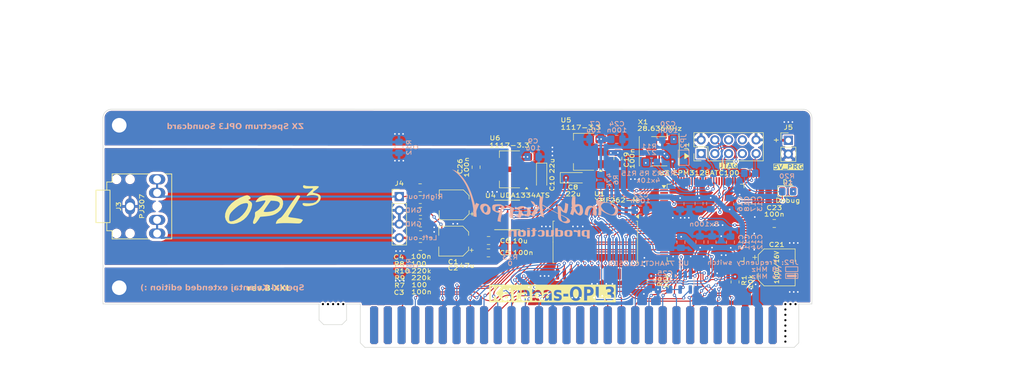
<source format=kicad_pcb>
(kicad_pcb (version 20241229) (generator "pcbnew") (generator_version "9.0")
  (title_block (title "Karabas-OPL3") (date "2025-09-18") (rev "B-XXL") (company "Andy Karpov") (comment 2 "Thickness: 1.6mm") (comment 3 "Layers: 2") (comment 4 "Dimensions: 170x64mm") (comment 5 "Min clearance: 0.2mm") (comment 6 "Min track: 0.2mm") (comment 7 "Min hole: 0.3mm") (comment 8 "Min annular ring: 0.15mm"))
  (layers (0 "F.Cu" signal) (2 "B.Cu" signal) (13 "F.Paste" user) (15 "B.Paste" user) (5 "F.SilkS" user "F.Silkscreen") (7 "B.SilkS" user "B.Silkscreen") (1 "F.Mask" user) (3 "B.Mask" user) (25 "Edge.Cuts" user))
  (net 0 "")
  (net 1 "GND")
  (net 2 "+5V")
  (net 3 "+3V3")
  (net 4 "+3V3A")
  (net 5 "/DAC_R")
  (net 6 "/DAC_L")
  (net 43 "DAC_STD")
  (net 50 "SND_L")
  (net 51 "SND_R")
  (net 52 "Net-(X1-OUT)")
  (net 53 "CLK28")
  (net 54 "TMS")
  (net 55 "TDI")
  (net 56 "TDO")
  (net 57 "TCK")
  (net 58 "D4")
  (net 59 "~{WR}")
  (net 60 "A6")
  (net 61 "A2")
  (net 62 "A3")
  (net 63 "A8")
  (net 64 "~{IORQ}")
  (net 65 "A4")
  (net 66 "A9")
  (net 67 "D5")
  (net 68 "D7")
  (net 69 "D3")
  (net 70 "D6")
  (net 71 "~{IODOS}")
  (net 72 "~{M1}")
  (net 73 "D0")
  (net 74 "D2")
  (net 75 "A1")
  (net 76 "A5")
  (net 77 "~{DOS}")
  (net 78 "A7")
  (net 79 "D1")
  (net 80 "~{RST}")
  (net 81 "A0")
  (net 82 "~{RD}")
  (net 83 "CFG0")
  (net 84 "CFG1")
  (net 85 "CFG2")
  (net 86 "CFG3")
  (net 87 "CFG4")
  (net 88 "DAC_DAT")
  (net 89 "DAC_LRCK")
  (net 90 "DAC_BCK")
  (net 91 "YM_DATA")
  (net 92 "YM_A0")
  (net 93 "CLK14")
  (net 94 "YM_A1")
  (net 95 "YM_SMP1")
  (net 96 "~{YM_CS}")
  (net 97 "YM_DCLK")
  (net 98 "YM_SMP2")
  (net 99 "~{IORQGE}")
  (net 100 "GNDA")
  (net 101 "Net-(C1-Pad2)")
  (net 102 "Net-(C2-Pad2)")
  (net 103 "Net-(U4-Vref(DAC))")
  (net 112 "~{WAIT}")
  (net 113 "A15")
  (net 114 "A11")
  (net 115 "A12")
  (net 116 "A13")
  (net 117 "~{MREQ}")
  (net 118 "A14")
  (net 119 "A10")
  (net 127 "Net-(J2-Pin_a13)")
  (net 137 "+12V")
  (net 138 "LED1")
  (net 139 "Net-(D1-A)")
  (net 140 "LED2")
  (footprint "Capacitor_SMD:C_0805_2012Metric_Pad1.18x1.45mm_HandSolder" (layer "F.Cu") (at 182.65 112.7 180)
    (property "Reference" "C23")
    (property "Value" "100n")
  )
  (footprint "footprints:Oscillator_SMD_7050_7.0x5.0mm_mixed_3225" (layer "F.Cu") (at 161.4 99.35 180)
    (property "Reference" "X1")
    (property "Value" "28.636MHz")
  )
  (footprint "Connector_PinHeader_2.54mm:PinHeader_2x05_P2.54mm_Vertical" (layer "F.Cu") (at 169.13 99.79 90)
    (property "Reference" "J1")
    (property "Value" "Conn_02x05_Odd_Even" (hide yes))
  )
  (footprint "Capacitor_SMD:CP_Elec_6.3x7.7" (layer "F.Cu") (at 183.1 120.81)
    (property "Reference" "C21")
    (property "Value" "100u/16V")
  )
  (footprint "Package_TO_SOT_SMD:SOT-223-3_TabPin2" (layer "F.Cu") (at 147.45 99.45 180)
    (property "Reference" "U5")
    (property "Value" "1117-3.3")
  )
  (footprint "Resistor_SMD:R_0805_2012Metric_Pad1.20x1.40mm_HandSolder" (layer "F.Cu") (at 117.23 108.28 180)
    (property "Reference" "R8")
    (property "Value" "100")
  )
  (footprint "Capacitor_SMD:C_0805_2012Metric_Pad1.18x1.45mm_HandSolder" (layer "F.Cu") (at 117.2 106.1)
    (property "Reference" "C4")
    (property "Value" "100n")
  )
  (footprint "footprints:opl3" (layer "F.Cu") (at 92.537583 110.184426)
    (property "Reference" "LOGO1" (hide yes))
    (property "Value" "graphic" (hide yes))
  )
  (footprint "my:NPTH_D=0.4mm" (layer "F.Cu") (at 101.12 127.6)
    (property "Reference" "REF**" (hide yes))
    (property "Value" "" (hide yes))
  )
  (footprint "my:NPTH_D=0.4mm" (layer "F.Cu") (at 185.640001 127.600001)
    (property "Reference" "REF**8" (hide yes))
    (property "Value" "" (hide yes))
  )
  (footprint "Connector_PinHeader_2.54mm:PinHeader_1x04_P2.54mm_Vertical" (layer "F.Cu") (at 113.36 107.725)
    (property "Reference" "J4")
    (property "Value" "Conn_01x04")
  )
  (footprint "Capacitor_SMD:CP_Elec_5x5.9" (layer "F.Cu") (at 123.41 115.96 180)
    (property "Reference" "C2")
    (property "Value" "47u")
  )
  (footprint "my:NPTH_D=0.4mm" (layer "F.Cu") (at 100.18 127.6)
    (property "Reference" "REF**8" (hide yes))
    (property "Value" "" (hide yes))
  )
  (footprint "Connector_PinHeader_2.54mm:PinHeader_1x02_P2.54mm_Vertical" (layer "F.Cu") (at 185.25 97.325)
    (property "Reference" "J5")
    (property "Value" "5V_PRG")
  )
  (footprint "Capacitor_SMD:CP_Elec_5x5.9" (layer "F.Cu") (at 123.5 109.25 180)
    (property "Reference" "C1")
    (property "Value" "47u")
  )
  (footprint "my:NPTH_D=0.4mm" (layer "F.Cu") (at 103 127.6)
    (property "Reference" "REF**9" (hide yes))
    (property "Value" "" (hide yes))
  )
  (footprint "footprints:ymf-262-m" (layer "F.Cu") (at 149.575 116.12 -90)
    (property "Reference" "U1")
    (property "Value" "YMF262-M")
  )
  (footprint "my:NPTH_D=0.4mm" (layer "F.Cu") (at 184.700001 133.540001)
    (property "Reference" "REF**6" (hide yes))
    (property "Value" "" (hide yes))
  )
  (footprint "footprints:SSOP-16_4.4x5.2mm_P0.65mm-extended" (layer "F.Cu") (at 133.29 111.1225 180)
    (property "Reference" "U4")
    (property "Value" "UDA1334ATS")
  )
  (footprint "Capacitor_Tantalum_SMD:CP_EIA-3216-18_Kemet-A_HandSolder" (layer "F.Cu") (at 139.66 104.04 -90)
    (property "Reference" "C10")
    (property "Value" "22u")
  )
  (footprint "Capacitor_SMD:C_0805_2012Metric_Pad1.18x1.45mm_HandSolder" (layer "F.Cu") (at 153.75 100.6775 90)
    (property "Reference" "C19")
    (property "Value" "100n")
  )
  (footprint "Capacitor_SMD:C_0805_2012Metric_Pad1.18x1.45mm_HandSolder" (layer "F.Cu") (at 117.2625 116.95)
    (property "Reference" "C3")
    (property "Value" "100n")
  )
  (footprint "Resistor_SMD:R_0805_2012Metric_Pad1.20x1.40mm_HandSolder" (layer "F.Cu") (at 175.4 123.5 -90)
    (property "Reference" "R1")
    (property "Value" "10k")
  )
  (footprint "my:NPTH_D=0.4mm" (layer "F.Cu") (at 186.580001 127.600001)
    (property "Reference" "REF**9" (hide yes))
    (property "Value" "" (hide yes))
  )
  (footprint "Resistor_SMD:R_0805_2012Metric_Pad1.20x1.40mm_HandSolder" (layer "F.Cu") (at 117.27 110.46)
    (property "Reference" "R10")
    (property "Value" "220k")
  )
  (footprint "Capacitor_SMD:C_0805_2012Metric_Pad1.18x1.45mm_HandSolder" (layer "F.Cu") (at 127.55 102.3 90)
    (property "Reference" "C26")
    (property "Value" "100n")
  )
  (footprint "my:NPTH_D=0.4mm" (layer "F.Cu") (at 184.700001 127.600001)
    (property "Reference" "REF**" (hide yes))
    (property "Value" "" (hide yes))
  )
  (footprint "Resistor_SMD:R_0805_2012Metric_Pad1.20x1.40mm_HandSolder" (layer "F.Cu") (at 159.9 123.45 -90)
    (property "Reference" "R4")
    (property "Value" "10k")
  )
  (footprint "Package_TO_SOT_SMD:SOT-223-3_TabPin2" (layer "F.Cu") (at 133.76 102.69 180)
    (property "Reference" "U6")
    (property "Value" "1117-3.3")
  )
  (footprint "LED_SMD:LED_0805_2012Metric_Pad1.15x1.40mm_HandSolder" (layer "F.Cu") (at 185.15 106.7)
    (property "Reference" "D1")
    (property "Value" "Debug")
  )
  (footprint "MountingHole:MountingHole_2.7mm_M2.5_DIN965_Pad" (layer "F.Cu") (at 61.6 124.57)
    (property "Reference" "H2" (hide yes))
    (property "Value" "MountingHole_Pad")
  )
  (footprint "my:NPTH_D=0.4mm" (layer "F.Cu") (at 184.700001 134.530001)
    (property "Reference" "REF**7" (hide yes))
    (property "Value" "" (hide yes))
  )
  (footprint "Capacitor_SMD:C_0805_2012Metric_Pad1.18x1.45mm_HandSolder" (layer "F.Cu") (at 129.83 118.13)
    (property "Reference" "C5")
    (property "Value" "100n")
  )
  (footprint "my:NPTH_D=0.4mm" (layer "F.Cu") (at 99.24 127.6)
    (property "Reference" "REF**" (hide yes))
    (property "Value" "" (hide yes))
  )
  (footprint "Package_QFP:TQFP-100_14x14mm_P0.5mm" (layer "F.Cu") (at 169.96 112.545)
    (property "Reference" "U3")
    (property "Value" "EPM3128ATC100")
  )
  (footprint "Resistor_SMD:R_0805_2012Metric_Pad1.20x1.40mm_HandSolder" (layer "F.Cu") (at 117.26 112.6)
    (property "Reference" "R9")
    (property "Value" "220k")
  )
  (footprint "my:NPTH_D=0.4mm" (layer "F.Cu") (at 184.700001 131.560001)
    (property "Reference" "REF**4" (hide yes))
    (property "Value" "" (hide yes))
  )
  (footprint "MountingHole:MountingHole_2.7mm_M2.5_DIN965_Pad" (layer "F.Cu") (at 61.6 94.55)
    (property "Reference" "H1" (hide yes))
    (property "Value" "MountingHole_Pad")
  )
  (footprint "Capacitor_Tantalum_SMD:CP_EIA-3216-18_Kemet-A_HandSolder" (layer "F.Cu") (at 145.6 104.25)
    (property "Reference" "C8")
    (property "Value" "22u")
  )
  (footprint "my:PJ-307" (layer "F.Cu") (at 63.6 109.54 90)
    (property "Reference" "J3")
    (property "Value" "PJ307")
  )
  (footprint "my:NPTH_D=0.4mm" (layer "F.Cu") (at 184.700001 130.570001)
    (property "Reference" "REF**3" (hide yes))
    (property "Value" "" (hide yes))
  )
  (footprint "my:NPTH_D=0.4mm" (layer "F.Cu") (at 184.700001 128.590001)
    (property "Reference" "REF**1" (hide yes))
    (property "Value" "" (hide yes))
  )
  (footprint "my:NPTH_D=0.4mm" (layer "F.Cu") (at 184.700001 129.580001)
    (property "Reference" "REF**2" (hide yes))
    (property "Value" "" (hide yes))
  )
  (footprint "my:ZX_NEMO_60_EDGE" (layer "F.Cu") (at 106.15 127.56)
    (property "Reference" "J2" (hide yes))
    (property "Value" "Conn_02x30_Row_Letter_First" (hide yes))
  )
  (footprint "my:NPTH_D=0.4mm" (layer "F.Cu") (at 184.700001 132.550001)
    (property "Reference" "REF**5" (hide yes))
    (property "Value" "" (hide yes))
  )
  (footprint "my:NPTH_D=0.4mm" (layer "F.Cu") (at 102.06 127.6)
    (property "Reference" "REF**8" (hide yes))
    (property "Value" "" (hide yes))
  )
  (footprint "Resistor_SMD:R_0805_2012Metric_Pad1.20x1.40mm_HandSolder" (layer "F.Cu") (at 117.3 114.77 180)
    (property "Reference" "R7")
    (property "Value" "100")
  )
  (footprint "Capacitor_SMD:C_0805_2012Metric_Pad1.18x1.45mm_HandSolder" (layer "F.Cu") (at 129.85 115.85)
    (property "Reference" "C6")
    (property "Value" "10u")
  )
  (footprint "Capacitor_SMD:C_0805_2012Metric_Pad1.18x1.45mm_HandSolder" (layer "B.Cu") (at 153.55 97.15 180)
    (property "Reference" "C24")
    (property "Value" "100n")
  )
  (footprint "Capacitor_SMD:C_0805_2012Metric_Pad1.18x1.45mm_HandSolder" (layer "B.Cu") (at 168.91 116.12 90)
    (property "Reference" "C11")
    (property "Value" "100n")
  )
  (footprint "Capacitor_SMD:C_0805_2012Metric_Pad1.18x1.45mm_HandSolder" (layer "B.Cu") (at 174.4 109.05 90)
    (property "Reference" "C13")
    (property "Value" "100n")
  )
  (footprint "Capacitor_SMD:C_0805_2012Metric_Pad1.18x1.45mm_HandSolder" (layer "B.Cu") (at 171.15 116.12 90)
    (property "Reference" "C14")
    (property "Value" "100n")
  )
  (footprint "Capacitor_SMD:C_0805_2012Metric_Pad1.18x1.45mm_HandSolder" (layer "B.Cu") (at 165.4 116.16 -90)
    (property "Reference" "C15")
    (property "Value" "100n")
  )
  (footprint "Capacitor_SMD:C_0805_2012Metric_Pad1.18x1.45mm_HandSolder" (layer "B.Cu") (at 168.75 109.0225 -90)
    (property "Reference" "C18")
    (property "Value" "100n")
  )
  (footprint "Capacitor_SMD:C_0805_2012Metric_Pad1.18x1.45mm_HandSolder" (layer "B.Cu") (at 170.89 109.0225 -90)
    (property "Reference" "C17")
    (property "Value" "100n")
  )
  (footprint "footprints:andy_karpov_logo4_silk" (layer "B.Cu") (at 138.45 109.1 180)
    (property "Reference" "LOGO2" (hide yes))
    (property "Value" "graphic" (hide yes))
  )
  (footprint "Resistor_SMD:R_0805_2012Metric_Pad1.20x1.40mm_HandSolder" (layer "B.Cu") (at 174.27 103.42)
    (property "Reference" "R3")
    (property "Value" "10k")
  )
  (footprint "Resistor_SMD:R_0805_2012Metric_Pad1.20x1.40mm_HandSolder" (layer "B.Cu") (at 170.42 103.42 180)
    (property "Reference" "R5")
    (property "Value" "10k")
  )
  (footprint "Capacitor_SMD:C_0805_2012Metric_Pad1.18x1.45mm_HandSolder" (layer "B.Cu") (at 157.925 110.22 180)
    (property "Reference" "C22")
    (property "Value" "100n")
  )
  (footprint "Resistor_SMD:R_0805_2012Metric_Pad1.20x1.40mm_HandSolder" (layer "B.Cu") (at 166.55 103.45)
    (property "Reference" "R15")
    (property "Value" "10k")
  )
  (footprint "Resistor_SMD:R_0805_2012Metric_Pad1.20x1.40mm_HandSolder" (layer "B.Cu") (at 178.12 103.42 180)
    (property "Reference" "R2")
    (property "Value" "10k")
  )
  (footprint "Capacitor_SMD:C_0805_2012Metric_Pad1.18x1.45mm_HandSolder" (layer "B.Cu") (at 174.55 116.15 90)
    (property "Reference" "C12")
    (property "Value" "100n")
  )
  (footprint "Capacitor_SMD:C_0805_2012Metric_Pad1.18x1.45mm_HandSolder" (layer "B.Cu") (at 165.23 109.0625 -90)
    (property "Reference" "C16")
    (property "Value" "100n")
  )
  (footprint "Resistor_SMD:R_0805_2012Metric_Pad1.20x1.40mm_HandSolder" (layer "B.Cu") (at 159.95 101.4 180)
    (property "Reference" "R11")
    (property "Value" "27")
  )
  (footprint "Resistor_SMD:R_0805_2012Metric_Pad1.20x1.40mm_HandSolder" (layer "B.Cu") (at 150.6 104.65 -90)
    (property "Reference" "R6")
    (property "Value" "47k")
  )
  (footprint "Capacitor_SMD:C_0805_2012Metric_Pad1.18x1.45mm_HandSolder" (layer "B.Cu") (at 163 97.2)
    (property "Reference" "C20")
    (property "Value" "100n")
  )
  (footprint "Capacitor_SMD:C_0805_2012Metric_Pad1.18x1.45mm_HandSolder" (layer "B.Cu") (at 162.2 124.9)
    (property "Reference" "C25")
    (property "Value" "100n")
  )
  (footprint "Capacitor_SMD:C_0805_2012Metric_Pad1.18x1.45mm_HandSolder" (layer "B.Cu") (at 138.08 100.3775)
    (property "Reference" "C9")
    (property "Value" "10u")
  )
  (footprint "Capacitor_SMD:C_0805_2012Metric_Pad1.18x1.45mm_HandSolder" (layer "B.Cu") (at 149.55 97.15 180)
    (property "Reference" "C7")
    (property "Value" "10u")
  )
  (footprint "Resistor_SMD:R_0805_2012Metric_Pad1.20x1.40mm_HandSolder" (layer "B.Cu") (at 133.75 117.2)
    (property "Reference" "R13")
    (property "Value" "0")
  )
  (footprint "Resistor_SMD:R_0805_2012Metric_Pad1.20x1.40mm_HandSolder" (layer "B.Cu") (at 113.45 120.55 -90)
    (property "Reference" "R14")
    (property "Value" "0")
  )
  (footprint "Jumper:SolderJumper-2_P1.3mm_Open_TrianglePad1.0x1.5mm" (layer "B.Cu") (at 165.9 100.55 90)
    (property "Reference" "JP2")
    (property "Value" "Clock Selector")
  )
  (footprint "Resistor_SMD:R_0805_2012Metric_Pad1.20x1.40mm_HandSolder" (layer "B.Cu") (at 113.3 98.65 90)
    (property "Reference" "R12")
    (property "Value" "0")
  )
  (footprint "Package_TO_SOT_SMD:SOT-23-5_HandSoldering" (layer "B.Cu") (at 166.2 123.55 -90)
    (property "Reference" "U2")
    (property "Value" "74AHCT1G125DB")
  )
  (footprint "Resistor_SMD:R_0805_2012Metric_Pad1.20x1.40mm_HandSolder" (layer "B.Cu") (at 185.13 106.82)
    (property "Reference" "R20")
    (property "Value" "1k")
  )
  (gr_poly (pts (xy 166.1 99.75) (xy 166.1 100.7) (xy 166.85 100.25)) (stroke (width 0.15)) (fill yes) (layer "F.SilkS"))
  (gr_rect (start 185.05 122.25) (end 186.7 122.55) (stroke (width 0.15)) (fill yes) (layer "B.SilkS"))
  (gr_rect (start 184.75 120.7) (end 187 121.6) (stroke (width 0.15)) (fill no) (layer "B.SilkS"))
  (gr_rect (start 184.75 121.95) (end 187 122.85) (stroke (width 0.15)) (fill no) (layer "B.SilkS"))
  (gr_line (start 58.6 127.57) (end 58.6 93.184412) (stroke (width 0.1)) (layer "Edge.Cuts"))
  (gr_arc (start 58.6 93.193217) (mid 59.074195 92.05) (end 60.220906 91.58432) (stroke (width 0.1)) (layer "Edge.Cuts"))
  (gr_line (start 106.99 135.6) (end 186.34 135.6) (stroke (width 0.1)) (layer "Edge.Cuts"))
  (gr_line (start 106.15 127.57) (end 106.15 134.76) (stroke (width 0.1)) (layer "Edge.Cuts"))
  (gr_line (start 99.37 131.385) (end 98.53 130.545) (stroke (width 0.1)) (layer "Edge.Cuts"))
  (gr_line (start 98.53 130.545) (end 98.53 127.57) (stroke (width 0.1)) (layer "Edge.Cuts"))
  (gr_line (start 189.6 127.57) (end 189.6 93.223043) (stroke (width 0.1)) (layer "Edge.Cuts"))
  (gr_line (start 189.6 127.57) (end 187.18 127.57) (stroke (width 0.1)) (layer "Edge.Cuts"))
  (gr_line (start 187.18 127.57) (end 187.18 134.76) (stroke (width 0.1)) (layer "Edge.Cuts"))
  (gr_line (start 106.15 134.76) (end 106.99 135.6) (stroke (width 0.1)) (layer "Edge.Cuts"))
  (gr_line (start 103.61 127.57) (end 103.61 130.545) (stroke (width 0.1)) (layer "Edge.Cuts"))
  (gr_arc (start 187.991103 91.6) (mid 189.13432 92.074195) (end 189.6 93.220906) (stroke (width 0.1)) (layer "Edge.Cuts"))
  (gr_line (start 102.77 131.385) (end 103.61 130.545) (stroke (width 0.1)) (layer "Edge.Cuts"))
  (gr_line (start 60.220906 91.584277) (end 188 91.6) (stroke (width 0.1)) (layer "Edge.Cuts"))
  (gr_line (start 106.15 127.57) (end 103.61 127.57) (stroke (width 0.1)) (layer "Edge.Cuts"))
  (gr_line (start 102.77 131.385) (end 99.37 131.385) (stroke (width 0.1)) (layer "Edge.Cuts"))
  (gr_line (start 187.18 134.76) (end 186.34 135.6) (stroke (width 0.1)) (layer "Edge.Cuts"))
  (gr_line (start 58.6 127.57) (end 98.53 127.57) (stroke (width 0.1)) (layer "Edge.Cuts"))
  (gr_text "+" (at 182.3 97.7 0) (layer "F.SilkS") (effects (font (size 0.8 1) (thickness 0.15) (bold yes)) (justify left bottom)))
  (gr_text "rev.${REVISION}" (at 89.3 124.7 0) (layer "F.SilkS") (effects (font (size 1.07 1.07) (thickness 0.214) (bold yes))))
  (gr_text "Karabas-OPL3" (at 141.65 125.9 0) (layer "F.SilkS" knockout) (effects (font (size 2.5 2.1) (thickness 0.42) (bold yes))))
  (gr_text "ZX Spectrum OPL3 Soundcard" (at 83.05 94.8 0) (layer "B.SilkS") (effects (font (size 1.07 1.07) (thickness 0.214) (bold yes)) (justify mirror)))
  (gr_text "4x" (at 161.7 105.2 0) (layer "B.SilkS") (effects (font (size 0.8 1) (thickness 0.15) (bold yes)) (justify left bottom mirror)))
  (gr_text "JP2: Frequency switch\n    28 MHz \n    14 MHz" (at 187.25 122.95 0) (layer "B.SilkS") (effects (font (size 0.8 1) (thickness 0.15) (bold yes)) (justify left bottom mirror)))
  (gr_text "Special Kalantaj extended edition :)" (at 65.5 124.6 0) (layer "B.SilkS") (effects (font (size 1.07 1.07) (thickness 0.214) (bold yes)) (justify right mirror)))
  (gr_text "8x100n" (at 169.695 112.8175 0) (layer "B.SilkS") (effects (font (size 0.8 1)) (justify mirror)))
  (segment (start 177.6225 107.045) (end 176.555 107.045) (width 0.2) (layer "F.Cu") (net 1))
  (segment (start 163.96 118.81) (end 163.95 118.8) (width 0.2) (layer "F.Cu") (net 1))
  (segment (start 169.96 120.2075) (end 169.96 119.21) (width 0.2) (layer "F.Cu") (net 1))
  (segment (start 136.19 108.8475) (end 136.19 109.4975) (width 0.2) (layer "F.Cu") (net 1))
  (segment (start 179.005 111.545) (end 179.05 111.5) (width 0.2) (layer "F.Cu") (net 1))
  (segment (start 182.355 131.49) (end 182.355 125.955) (width 0.5) (layer "F.Cu") (net 1))
  (segment (start 176.555 107.045) (end 176.25 107.35) (width 0.2) (layer "F.Cu") (net 1))
  (segment (start 182.355 125.955) (end 182.35 125.95) (width 0.5) (layer "F.Cu") (net 1))
  (segment (start 177.6225 114.545) (end 178.945 114.545) (width 0.2) (layer "F.Cu") (net 1))
  (segment (start 166.46 105.918183) (end 166.341683 106.0365) (width 0.2) (layer "F.Cu") (net 1))
  (segment (start 161.1625 123.121953) (end 162.210453 122.074) (width 0.2) (layer "F.Cu") (net 1))
  (segment (start 178.945 117.545) (end 178.95 117.55) (width 0.2) (layer "F.Cu") (net 1))
  (segment (start 136.19 109.4975) (end 136.19 110.1475) (width 0.2) (layer "F.Cu") (net 1))
  (segment (start 167.46 119.06) (end 167.2 118.8) (width 0.2) (layer "F.Cu") (net 1))
  (segment (start 130.39 108.8475) (end 130.39 109.4975) (width 0.4) (layer "F.Cu") (net 1))
  (segment (start 172.167107 121.832893) (end 172.1 121.9) (width 0.2) (layer "F.Cu") (net 1))
  (segment (start 163.795 111.545) (end 163.9 111.65) (width 0.2) (layer "F.Cu") (net 1))
  (segment (start 166.46 104.8825) (end 166.46 105.918183) (width 0.2) (layer "F.Cu") (net 1))
  (segment (start 172.46 120.2075) (end 172.46 121.125786) (width 0.2) (layer "F.Cu") (net 1))
  (segment (start 169.96 119.21) (end 169.6 118.85) (width 0.2) (layer "F.Cu") (net 1))
  (segment (start 136.19 110.1475) (end 136.19 110.7975) (width 0.2) (layer "F.Cu") (net 1))
  (segment (start 130.39 109.4975) (end 136.19 109.4975) (width 0.4) (layer "F.Cu") (net 1))
  (segment (start 174.96 104.8825) (end 174.96 106.46) (width 0.2) (layer "F.Cu") (net 1))
  (segment (start 174.96 106.46) (end 175.1 106.6) (width 0.2) (layer "F.Cu") (net 1))
  (segment (start 177.6225 117.545) (end 178.945 117.545) (width 0.2) (layer "F.Cu") (net 1))
  (segment (start 167.46 120.2075) (end 167.46 119.06) (width 0.2) (layer "F.Cu") (net 1))
  (segment (start 162.2975 111.545) (end 163.795 111.545) (width 0.2) (layer "F.Cu") (net 1))
  (segment (start 161.1625 124.9) (end 161.1625 123.121953) (width 0.2) (layer "F.Cu") (net 1))
  (segment (start 163.96 120.2075) (end 163.96 118.81) (width 0.2) (layer "F.Cu") (net 1))
  (segment (start 177.6225 111.545) (end 179.005 111.545) (width 0.2) (layer "F.Cu") (net 1))
  (segment (start 178.945 114.545) (end 178.95 114.55) (width 0.2) (layer "F.Cu") (net 1))
  (via (at 140.2 122.4) (size 0.6) (drill 0.3) (layers "F.Cu" "B.Cu") (net 1))
  (via (at 152.75 123.85) (size 0.6) (drill 0.3) (layers "F.Cu" "B.Cu") (net 1))
  (via (at 166.1 111.65) (size 0.6) (drill 0.3) (layers "F.Cu" "B.Cu") (net 1))
  (via (at 163.9 111.65) (size 0.6) (drill 0.3) (layers "F.Cu" "B.Cu") (net 1))
  (via (at 169.6 118.85) (size 0.6) (drill 0.3) (layers "F.Cu" "B.Cu") (net 1))
  (via (at 175.1 106.6) (size 0.6) (drill 0.3) (layers "F.Cu" "B.Cu") (net 1))
  (via (at 186 93.95) (size 0.6) (drill 0.3) (layers "F.Cu" "B.Cu") (net 1))
  (via (at 114.05 96.15) (size 0.6) (drill 0.3) (layers "F.Cu" "B.Cu") (net 1))
  (via (at 178.95 117.55) (size 0.6) (drill 0.3) (layers "F.Cu" "B.Cu") (net 1))
  (via (at 172.85 115.05) (size 0.6) (drill 0.3) (layers "F.Cu" "B.Cu") (net 1))
  (via (at 113.3 96.15) (size 0.6) (drill 0.3) (layers "F.Cu" "B.Cu") (net 1))
  (via (at 141.65 100.15) (size 0.6) (drill 0.3) (layers "F.Cu" "B.Cu") (net 1))
  (via (at 114.2 123.3) (size 0.6) (drill 0.3) (layers "F.Cu" "B.Cu") (net 1))
  (via (at 145.3 126.4) (size 0.6) (drill 0.3) (layers "F.Cu" "B.Cu") (net 1))
  (via (at 113.45 123.3) (size 0.6) (drill 0.3) (layers "F.Cu" "B.Cu") (net 1))
  (via (at 146.8 126.4) (size 0.6) (drill 0.3) (layers "F.Cu" "B.Cu") (net 1))
  (via (at 172.35 113) (size 0.6) (drill 0.3) (layers "F.Cu" "B.Cu") (net 1))
  (via (at 157.65 104.5) (size 0.6) (drill 0.3) (layers "F.Cu" "B.Cu") (net 1))
  (via (at 161.1625 124.9) (size 0.6) (drill 0.3) (layers "F.Cu" "B.Cu") (net 1))
  (via (at 141.2 113.25) (size 0.6) (drill 0.3) (layers "F.Cu" "B.Cu") (net 1))
  (via (at 141.65 99.4) (size 0.6) (drill 0.3) (layers "F.Cu" "B.Cu") (net 1))
  (via (at 163.95 118.8) (size 0.6) (drill 0.3) (layers "F.Cu" "B.Cu") (net 1))
  (via (at 173.1 113) (size 0.6) (drill 0.3) (layers "F.Cu" "B.Cu") (net 1))
  (via (at 158.55 125.7) (size 0.6) (drill 0.3) (layers "F.Cu" "B.Cu") (net 1))
  (via (at 158.65 119.05) (size 0.6) (drill 0.3) (layers "F.Cu" "B.Cu") (net 1))
  (via (at 139.45 122.4) (size 0.6) (drill 0.3) (layers "F.Cu" "B.Cu") (net 1))
  (via (at 146.05 126.4) (size 0.6) (drill 0.3) (layers "F.Cu" "B.Cu") (net 1))
  (via (at 167.2 118.8) (size 0.6) (drill 0.3) (layers "F.Cu" "B.Cu") (net 1))
  (via (at 156.15 104.5) (size 0.6) (drill 0.3) (layers "F.Cu" "B.Cu") (net 1))
  (via (at 172.9 118.55) (size 0.6) (drill 0.3) (layers "F.Cu" "B.Cu") (net 1))
  (via (at 179.05 111.5) (size 0.6) (drill 0.3) (layers "F.Cu" "B.Cu") (net 1))
  (via (at 112.55 96.15) (size 0.6) (drill 0.3) (layers "F.Cu" "B.Cu") (net 1))
  (via (at 148.95 123.85) (size 0.6) (drill 0.3) (layers "F.Cu" "B.Cu") (net 1))
  (via (at 187 116.3) (size 0.6) (drill 0.3) (layers "F.Cu" "B.Cu") (net 1))
  (via (at 156.9 104.5) (size 0.6) (drill 0.3) (layers "F.Cu" "B.Cu") (net 1))
  (via (at 187 125.35) (size 0.6) (drill 0.3) (layers "F.Cu" "B.Cu") (net 1))
  (via (at 146.3 113.25) (size 0.6) (drill 0.3) (layers "F.Cu" "B.Cu") (net 1))
  (via (at 171.6 113) (size 0.6) (drill 0.3) (layers "F.Cu" "B.Cu") (net 1))
  (via (at 151.6 123.85) (size 0.6) (drill 0.3) (layers "F.Cu" "B.Cu") (net 1))
  (via (at 158.65 119.8) (size 0.6) (drill 0.3) (layers "F.Cu" "B.Cu") (net 1))
  (via (at 186.25 116.3) (size 0.6) (drill 0.3) (layers "F.Cu" "B.Cu") (net 1))
  (via (at 145.45 113.25) (size 0.6) (drill 0.3) (layers "F.Cu" "B.Cu") (net 1))
  (via (at 141.65 98.65) (size 0.6) (drill 0.3) (layers "F.Cu" "B.Cu") (net 1))
  (via (at 139.7 113.25) (size 0.6) (drill 0.3) (layers "F.Cu" "B.Cu") (net 1))
  (via (at 178.95 114.55) (size 0.6) (drill 0.3) (layers "F.Cu" "B.Cu") (net 1))
  (via (at 172.1 121.9) (size 0.6) (drill 0.3) (layers "F.Cu" "B.Cu") (net 1))
  (via (at 166.85 111.65) (size 0.6) (drill 0.3) (layers "F.Cu" "B.Cu") (net 1))
  (via (at 186.25 125.35) (size 0.6) (drill 0.3) (layers "F.Cu" "B.Cu") (net 1))
  (via (at 184.5 93.95) (size 0.6) (drill 0.3) (layers "F.Cu" "B.Cu") (net 1))
  (via (at 173.7 118.55) (size 0.6) (drill 0.3) (layers "F.Cu" "B.Cu") (net 1))
  (via (at 147.25 113.25) (size 0.6) (drill 0.3) (layers "F.Cu" "B.Cu") (net 1))
  (via (at 166.341683 106.0365) (size 0.6) (drill 0.3) (layers "F.Cu" "B.Cu") (net 1))
  (via (at 137.3 124.45) (size 0.6) (drill 0.3) (layers "F.Cu" "B.Cu") (net 1))
  (via (at 165.35 111.65) (size 0.6) (drill 0.3) (layers "F.Cu" "B.Cu") (net 1))
  (via (at 185.25 93.95) (size 0.6) (drill 0.3) (layers "F.Cu" "B.Cu") (net 1))
  (via (at 140.95 122.4) (size 0.6) (drill 0.3) (layers "F.Cu" "B.Cu") (net 1))
  (via (at 140.45 113.25) (size 0.6) (drill 0.3) (layers "F.Cu" "B.Cu") (net 1))
  (via (at 112.7 123.3) (size 0.6) (drill 0.3) (layers "F.Cu" "B.Cu") (net 1))
  (via (at 185.5 116.3) (size 0.6) (drill 0.3) (layers "F.Cu" "B.Cu") (net 1))
  (via (at 176.25 107.35) (size 0.6) (drill 0.3) (layers "F.Cu" "B.Cu") (net 1))
  (via (at 149.95 123.85) (size 0.6) (drill 0.3) (layers "F.Cu" "B.Cu") (net 1))
  (via (at 185.5 125.35) (size 0.6) (drill 0.3) (layers "F.Cu" "B.Cu") (net 1))
  (via (at 158.65 120.6) (size 0.6) (drill 0.3) (layers "F.Cu" "B.Cu") (net 1))
  (arc (start 172.46 121.125786) (mid 172.38388 121.508469) (end 172.167107 121.832893) (width 0.2) (layer "F.Cu") (net 1))
  (segment (start 121.395 131.49) (end 121.395 128.255) (width 0.5) (layer "B.Cu") (net 1))
  (segment (start 141.715 131.49) (end 141.715 127.249214) (width 0.5) (layer "B.Cu") (net 1))
  (segment (start 182.355 126.005) (end 182.35 126) (width 0.2) (layer "B.Cu") (net 1))
  (segment (start 122.5 126.735786) (end 122.5 125.85) (width 0.5) (layer "B.Cu") (net 1))
  (segment (start 182.355 131.49) (end 182.355 126.005) (width 0.5) (layer "B.Cu") (net 1))
  (segment (start 123.935 131.49) (end 123.935 128.115) (width 0.5) (layer "B.Cu") (net 1))
  (segment (start 123.935 128.115) (end 124.35 127.7) (width 0.5) (layer "B.Cu") (net 1))
  (segment (start 159.35 124.9) (end 158.55 125.7) (width 0.2) (layer "B.Cu") (net 1))
  (segment (start 161.1625 124.9) (end 159.35 124.9) (width 0.2) (layer "B.Cu") (net 1))
  (segment (start 142.007893 126.542107) (end 142.5 126.05) (width 0.5) (layer "B.Cu") (net 1))
  (segment (start 125.2 126.021573) (end 125.2 125.75) (width 0.5) (layer "B.Cu") (net 1))
  (segment (start 124.35 127.7) (end 124.614214 127.435786) (width 0.5) (layer "B.Cu") (net 1))
  (segment (start 121.95 127.7) (end 122.207107 127.442893) (width 0.5) (layer "B.Cu") (net 1))
  (segment (start 121.395 128.255) (end 121.95 127.7) (width 0.5) (layer "B.Cu") (net 1))
  (arc (start 142.007893 126.542107) (mid 141.79112 126.86653) (end 141.715 127.249214) (width 0.5) (layer "B.Cu") (net 1))
  (arc (start 125.2 126.021573) (mid 125.047759 126.78694) (end 124.614214 127.435786) (width 0.5) (layer "B.Cu") (net 1))
  (arc (start 122.5 126.735786) (mid 122.42388 127.118469) (end 122.207107 127.442893) (width 0.5) (layer "B.Cu") (net 1))
  (segment (start 163.2 122.4) (end 163.2 123.05) (width 0.2) (layer "F.Cu") (net 2))
  (segment (start 159.9 122.45) (end 159.9 122.4) (width 0.2) (layer "F.Cu") (net 2))
  (segment (start 165.946447 123.153553) (end 166.210562 122.889438) (width 0.2) (layer "F.Cu") (net 2))
  (segment (start 167.975 122.4) (end 167.131265 122.4) (width 0.2) (layer "F.Cu") (net 2))
  (segment (start 137.05 100.4) (end 136.92 100.4) (width 0.2) (layer "F.Cu") (net 2))
  (segment (start 177.275 131.49) (end 177.275 127.117641) (width 1.2) (layer "F.Cu") (net 2))
  (segment (start 180.4 121.507359) (end 180.4 120.81) (width 1.2) (layer "F.Cu") (net 2))
  (segment (start 177.635787 123.085787) (end 178.85 124.3) (width 0.2) (layer "F.Cu") (net 2))
  (segment (start 178.15368 124.99632) (end 178.85 124.3) (width 1.2) (layer "F.Cu") (net 2))
  (segment (start 178.85 124.3) (end 179.521321 123.628679) (width 1.2) (layer "F.Cu") (net 2))
  (segment (start 156.56 110.2) (end 157.25 110.2) (width 0.5) (layer "F.Cu") (net 2))
  (segment (start 185.25 97.325) (end 181.433357 97.325) (width 0.5) (layer "F.Cu") (net 2))
  (segment (start 180.4 120.81) (end 180.721321 120.488679) (width 1.2) (layer "F.Cu") (net 2))
  (segment (start 139.155534 95.114466) (end 138.374466 95.895534) (width 1.2) (layer "F.Cu") (net 2))
  (segment (start 169.703553 123.303553) (end 169.607857 123.207857) (width 0.2) (layer "F.Cu") (net 2))
  (segment (start 181.433357 97.325) (end 181.408357 97.35) (width 0.2) (layer "F.Cu") (net 2))
  (segment (start 162.15 124.429211) (end 162.25 124.529211) (width 0.2) (layer "F.Cu") (net 2))
  (segment (start 150.6 93.8) (end 150.6 97.15) (width 1.2) (layer "F.Cu") (net 2))
  (segment (start 169.475 122.887111) (end 169.475 122.075) (width 0.2) (layer "F.Cu") (net 2))
  (segment (start 150.65 97.1) (end 150.6 97.15) (width 0.2) (layer "F.Cu") (net 2))
  (segment (start 175.4 122.5) (end 176.221573 122.5) (width 0.2) (layer "F.Cu") (net 2))
  (segment (start 179.2 123.95) (end 178.975 124.175) (width 0.2) (layer "F.Cu") (net 2))
  (segment (start 169.475 122.075) (end 169.7 121.85) (width 0.2) (layer "F.Cu") (net 2))
  (segment (start 162.15 124.1) (end 162.15 124.429211) (width 0.2) (layer "F.Cu") (net 2))
  (segment (start 170.804843 123.195157) (end 170.696446 123.303554) (width 0.2) (layer "F.Cu") (net 2))
  (segment (start 136.92 100.4) (end 136.91 100.39) (width 0.2) (layer "F.Cu") (net 2))
  (segment (start 150.75 93.65) (end 150.6 93.8) (width 1.2) (layer "F.Cu") (net 2))
  (segment (start 176.528932 93.65) (end 150.75 93.65) (width 1.2) (layer "F.Cu") (net 2))
  (segment (start 180.135534 95.185534) (end 180.064466 95.114466) (width 1.2) (layer "F.Cu") (net 2))
  (segment (start 163.2 123.05) (end 162.15 124.1) (width 0.2) (layer "F.Cu") (net 2))
  (segment (start 165.8 124.5) (end 165.8 123.507107) (width 0.2) (layer "F.Cu") (net 2))
  (segment (start 171.85 123.05) (end 171.155282 123.05) (width 0.2) (layer "F.Cu") (net 2))
  (segment (start 136.91 99.431068) (end 136.91 100.39) (width 1.2) (layer "F.Cu") (net 2))
  (segment (start 150.75 93.65) (end 142.691068 93.65) (width 1.2) (layer "F.Cu") (net 2))
  (segment (start 166.424158 122.692893) (end 166.227613 122.889438) (width 0.2) (layer "F.Cu") (net 2))
  (segment (start 166.210562 122.889438) (end 166.227613 122.889438) (width 0.2) (layer "F.Cu") (net 2))
  (segment (start 170.342893 123.45) (end 170.057107 123.45) (width 0.2) (layer "F.Cu") (net 2))
  (segment (start 181.6 118.367359) (end 181.6 98.721068) (width 1.2) (layer "F.Cu") (net 2))
  (via (at 136.4 100.4) (size 0.6) (drill 0.3) (layers "F.Cu" "B.Cu") (net 2))
  (via (at 179.2 123.95) (size 0.6) (drill 0.3) (layers "F.Cu" "B.Cu") (net 2))
  (via (at 167.975 122.4) (size 0.6) (drill 0.3) (layers "F.Cu" "B.Cu") (net 2))
  (via (at 166.227613 122.889438) (size 0.6) (drill 0.3) (layers "F.Cu" "B.Cu") (net 2))
  (via (at 159.9 122.4) (size 0.6) (drill 0.3) (layers "F.Cu" "B.Cu") (net 2))
  (via (at 162.25 124.529211) (size 0.6) (drill 0.3) (layers "F.Cu" "B.Cu") (net 2))
  (via (at 150.65 97.1) (size 0.6) (drill 0.3) (layers "F.Cu" "B.Cu") (net 2))
  (via (at 157.25 110.2) (size 0.6) (drill 0.3) (layers "F.Cu" "B.Cu") (net 2))
  (via (at 175.4 122.5) (size 0.6) (drill 0.3) (layers "F.Cu" "B.Cu") (net 2))
  (via (at 137.05 100.4) (size 0.6) (drill 0.3) (layers "F.Cu" "B.Cu") (net 2))
  (via (at 169.7 121.85) (size 0.6) (drill 0.3) (layers "F.Cu" "B.Cu") (net 2))
  (via (at 163.2 122.4) (size 0.6) (drill 0.3) (layers "F.Cu" "B.Cu") (net 2))
  (via (at 165.8 124.5) (size 0.6) (drill 0.3) (layers "F.Cu" "B.Cu") (net 2))
  (via (at 150 97.1) (size 0.6) (drill 0.3) (layers "F.Cu" "B.Cu") (net 2))
  (via (at 178.4 124.75) (size 0.6) (drill 0.3) (layers "F.Cu" "B.Cu") (net 2))
  (via (at 171.85 123.05) (size 0.6) (drill 0.3) (layers "F.Cu" "B.Cu") (net 2))
  (arc (start 180.064466 95.114466) (mid 178.442349 94.030602) (end 176.528932 93.65) (width 1.2) (layer "F.Cu") (net 2))
  (arc (start 170.696446 123.303554) (mid 170.534234 123.41194) (end 170.342893 123.45) (width 0.2) (layer "F.Cu") (net 2))
  (arc (start 142.691068 93.65) (mid 140.777651 94.030602) (end 139.155534 95.114466) (width 1.2) (layer "F.Cu") (net 2))
  (arc (start 169.703553 123.303553) (mid 169.865765 123.41194) (end 170.057107 123.45) (width 0.2) (layer "F.Cu") (net 2))
  (arc (start 177.635787 123.085787) (mid 176.98694 122.652241) (end 176.221573 122.5) (width 0.2) (layer "F.Cu") (net 2))
  (arc (start 179.521321 123.628679) (mid 180.171639 122.655409) (end 180.4 121.507359) (width 1.2) (layer "F.Cu") (net 2))
  (arc (start 166.424158 122.692893) (mid 166.748581 122.47612) (end 167.131265 122.4) (width 0.2) (layer "F.Cu") (net 2))
  (arc (start 170.804843 123.195157) (mid 170.965626 123.087725) (end 171.155282 123.05) (width 0.2) (layer "F.Cu") (net 2))
  (arc (start 136.91 99.431068) (mid 137.290602 97.517651) (end 138.374466 95.895534) (width 1.2) (layer "F.Cu") (net 2))
  (arc (start 180.135534 95.185534) (mid 181.219398 96.807651) (end 181.6 98.721068) (width 1.2) (layer "F.Cu") (net 2))
  (arc (start 180.721321 120.488679) (mid 181.371639 119.515409) (end 181.6 118.367359) (width 1.2) (layer "F.Cu") (net 2))
  (arc (start 177.275 127.117641) (mid 177.503362 125.96959) (end 178.15368 124.99632) (width 1.2) (layer "F.Cu") (net 2))
  (arc (start 165.8 123.507107) (mid 165.83806 123.315765) (end 165.946447 123.153553) (width 0.2) (layer "F.Cu") (net 2))
  (arc (start 169.475 122.887111) (mid 169.509528 123.060697) (end 169.607857 123.207857) (width 0.2) (layer "F.Cu") (net 2))
  (segment (start 165.25 124.9) (end 163.2375 124.9) (width 0.2) (layer "B.Cu") (net 2))
  (segment (start 137.0425 100.3925) (end 137.05 100.4) (width 0.2) (layer "B.Cu") (net 2))
  (segment (start 166.2 122.2) (end 166.2 122.861825) (width 0.2) (layer "B.Cu") (net 2))
  (segment (start 150.5875 97.15) (end 150.6 97.15) (width 0.2) (layer "B.Cu") (net 2))
  (segment (start 168.95 121.85) (end 168.764214 121.85) (width 0.2) (layer "B.Cu") (net 2))
  (segment (start 162.866711 124.529211) (end 163.2375 124.9) (width 0.2) (layer "B.Cu") (net 2))
  (segment (start 155.465328 110.22) (end 156.8875 110.22) (width 0.5) (layer "B.Cu") (net 2))
  (segment (start 156.9075 110.2) (end 156.8875 110.22) (width 0.2) (layer "B.Cu") (net 2))
  (segment (start 152.5125 97.15) (end 150.7 97.15) (width 1) (layer "B.Cu") (net 2))
  (segment (start 179.2 127.4) (end 179.2 123.95) (width 1.2) (layer "B.Cu") (net 2))
  (segment (start 165.4 124.9) (end 165.8 124.5) (width 0.2) (layer "B.Cu") (net 2))
  (segment (start 150.6 97.15) (end 150.6 103.65) (width 0.5) (layer "B.Cu") (net 2))
  (segment (start 179.815 128.015) (end 179.2 127.4) (width 1.2) (layer "B.Cu") (net 2))
  (segment (start 157.25 110.2) (end 156.9075 110.2) (width 0.2) (layer "B.Cu") (net 2))
  (segment (start 150.7 97.15) (end 150.65 97.1) (width 1) (layer "B.Cu") (net 2))
  (segment (start 162.25 124.529211) (end 162.866711 124.529211) (width 0.2) (layer "B.Cu") (net 2))
  (segment (start 167.95 122.25) (end 167.975 122.275) (width 0.2) (layer "B.Cu") (net 2))
  (segment (start 137.0425 100.3775) (end 137.0425 100.3925) (width 0.2) (layer "B.Cu") (net 2))
  (segment (start 169.7 121.85) (end 168.95 121.85) (width 0.2) (layer "B.Cu") (net 2))
  (segment (start 172.885789 123) (end 171.9 123) (width 0.2) (layer "B.Cu") (net 2))
  (segment (start 167.975 122.275) (end 167.975 122.4) (width 0.2) (layer "B.Cu") (net 2))
  (segment (start 150.6 97.15) (end 150.65 97.1) (width 0.2) (layer "B.Cu") (net 2))
  (segment (start 150.6 103.65) (end 152.307107 105.357107) (width 0.5) (layer "B.Cu") (net 2))
  (segment (start 152.6 106.064214) (end 152.6 107.861563) (width 0.5) (layer "B.Cu") (net 2))
  (segment (start 179.815 131.49) (end 179.815 128.015) (width 1.2) (layer "B.Cu") (net 2))
  (segment (start 166.2 122.861825) (end 166.227613 122.889438) (width 0.2) (layer "B.Cu") (net 2))
  (segment (start 165.25 124.9) (end 165.4 124.9) (width 0.2) (layer "B.Cu") (net 2))
  (segment (start 179.2 123.95) (end 178.4 124.75) (width 1.2) (layer "B.Cu") (net 2))
  (segment (start 175.4 122.5) (end 174.092788 122.5) (width 0.2) (layer "B.Cu") (net 2))
  (segment (start 168.057107 122.142893) (end 167.95 122.25) (width 0.2) (layer "B.Cu") (net 2))
  (segment (start 159.9 122.4) (end 163.2 122.4) (width 0.2) (layer "B.Cu") (net 2))
  (segment (start 171.9 123) (end 171.85 123.05) (width 0.2) (layer "B.Cu") (net 2))
  (arc (start 168.057107 122.142893) (mid 168.38153 121.92612) (end 168.764214 121.85) (width 0.2) (layer "B.Cu") (net 2))
  (arc (start 152.307107 105.357107) (mid 152.52388 105.681531) (end 152.6 106.064214) (width 0.5) (layer "B.Cu") (net 2))
  (arc (start 172.885789 123) (mid 173.268465 122.923882) (end 173.592893 122.707107) (width 0.2) (layer "B.Cu") (net 2))
  (arc (start 152.6 107.861563) (mid 152.752239 108.626929) (end 153.185787 109.275787) (width 0.5) (layer "B.Cu") (net 2))
  (arc (start 174.092788 122.5) (mid 173.822249 122.553822) (end 173.592893 122.707107) (width 0.2) (layer "B.Cu") (net 2))
  (arc (start 155.465328 110.22) (mid 154.231646 109.974605) (end 153.185787 109.275787) (width 0.5) (layer "B.Cu") (net 2))
  (segment (start 163.85 101.25) (end 163.6 101.25) (width 0.2) (layer "F.Cu") (net 3))
  (segment (start 171.67 97.25) (end 172.374214 97.954214) (width 0.2) (layer "F.Cu") (net 3))
  (segment (start 172.96 104.8825) (end 172.96 105.20848) (width 0.2) (layer "F.Cu") (net 3))
  (segment (start 168.46 104.8825) (end 168.46 107.76) (width 0.2) (layer "F.Cu") (net 3))
  (segment (start 163.6 101.25) (end 162.85 100.5) (width 0.2) (layer "F.Cu") (net 3))
  (segment (start 134.5525 111.4475) (end 134.55 111.45) (width 0.2) (layer "F.Cu") (net 3))
  (segment (start 170.46 120.2075) (end 170.46 118.668427) (width 0.2) (layer "F.Cu") (net 3))
  (segment (start 165.345 115.045) (end 165.45 115.15) (width 0.2) (layer "F.Cu") (net 3))
  (segment (start 136.19 111.4475) (end 134.5525 111.4475) (width 0.4) (layer "F.Cu") (net 3))
  (segment (start 168.46 107.76) (end 168.65 107.95) (width 0.2) (layer "F.Cu") (net 3))
  (segment (start 172.478093 106.371907) (end 170.9 107.95) (width 0.2) (layer "F.Cu") (net 3))
  (segment (start 175.359213 117.959213) (end 174.6 117.2) (width 0.2) (layer "F.Cu") (net 3))
  (segment (start 164.09 97.1) (end 163.94 97.25) (width 0.2) (layer "F.Cu") (net 3))
  (segment (start 165.087893 107.837893) (end 165.25 108) (width 0.2) (layer "F.Cu") (net 3))
  (segment (start 164.1 97.1) (end 164.09 97.1) (width 0.2) (layer "F.Cu") (net 3))
  (segment (start 150.79 99.64) (end 153.75 99.64) (width 1) (layer "F.Cu") (net 3))
  (segment (start 177.6225 118.545) (end 176.773427 118.545) (width 0.2) (layer "F.Cu") (net 3))
  (segment (start 174.759213 110.459213) (end 174.4 110.1) (width 0.2) (layer "F.Cu") (net 3))
  (segment (start 171.045787 117.254213) (end 171.15 117.15) (width 0.2) (layer "F.Cu") (net 3))
  (segment (start 162.2975 115.045) (end 165.345 115.045) (width 0.2) (layer "F.Cu") (net 3))
  (segment (start 167.96 120.2075) (end 167.96 118.968427) (width 0.2) (layer "F.Cu") (net 3))
  (segment (start 172.96 99.368427) (end 172.96 104.8825) (width 0.2) (layer "F.Cu") (net 3))
  (segment (start 162.85 100.35) (end 162.85 98.2) (width 1) (layer "F.Cu") (net 3))
  (segment (start 144.3 104.11) (end 144.16 104.25) (width 1) (layer "F.Cu") (net 3))
  (segment (start 177.6225 111.045) (end 176.173427 111.045) (width 0.2) (layer "F.Cu") (net 3))
  (segment (start 162.2975 107.545) (end 164.380786 107.545) (width 0.2) (layer "F.Cu") (net 3))
  (segment (start 144.3 99.45) (end 150.6 99.45) (width 1) (layer "F.Cu") (net 3))
  (segment (start 150.6 99.45) (end 150.79 99.64) (width 1) (layer "F.Cu") (net 3))
  (segment (start 144.3 99.45) (end 144.3 104.11) (width 1) (layer "F.Cu") (net 3))
  (segment (start 168.545787 117.554213) (end 168.95 117.15) (width 0.2) (layer "F.Cu") (net 3))
  (segment (start 168.65 107.95) (end 168.8 107.95) (width 0.2) (layer "F.Cu") (net 3))
  (via (at 163.85 101.25) (size 0.6) (drill 0.3) (layers "F.Cu" "B.Cu") (net 3))
  (via (at 168.95 117.15) (size 0.6) (drill 0.3) (layers "F.Cu" "B.Cu") (net 3))
  (via (at 162.85 100.35) (size 0.6) (drill 0.3) (layers "F.Cu" "B.Cu") (net 3))
  (via (at 153.75 99.64) (size 0.6) (drill 0.3) (layers "F.Cu" "B.Cu") (net 3))
  (via (at 164.1 97.1) (size 0.6) (drill 0.3) (layers "F.Cu" "B.Cu") (net 3))
  (via (at 165.25 108) (size 0.6) (drill 0.3) (layers "F.Cu" "B.Cu") (net 3))
  (via (at 170.9 107.95) (size 0.6) (drill 0.3) (layers "F.Cu" "B.Cu") (net 3))
  (via (at 171.15 117.15) (size 0.6) (drill 0.3) (layers "F.Cu" "B.Cu") (net 3))
  (via (at 162.35 99.8) (size 0.6) (drill 0.3) (layers "F.Cu" "B.Cu") (net 3))
  (via (at 165.45 115.15) (size 0.6) (drill 0.3) (layers "F.Cu" "B.Cu") (net 3))
  (via (at 174.6 117.2) (size 0.6) (drill 0.3) (layers "F.Cu" "B.Cu") (net 3))
  (via (at 144.16 104.25) (size 0.6) (drill 0.3) (layers "F.Cu" "B.Cu") (net 3))
  (via (at 168.8 107.95) (size 0.6) (drill 0.3) (layers "F.Cu" "B.Cu") (net 3))
  (via (at 134.55 111.45) (size 0.6) (drill 0.3) (layers "F.Cu" "B.Cu") (net 3))
  (via (at 152.45 99.65) (size 0.6) (drill 0.3) (layers "F.Cu" "B.Cu") (net 3))
  (via (at 174.4 110.1) (size 0.6) (drill 0.3) (layers "F.Cu" "B.Cu") (net 3))
  (arc (start 170.46 118.668427) (mid 170.612241 117.90306) (end 171.045787 117.254213) (width 0.2) (layer "F.Cu") (net 3))
  (arc (start 175.359213 117.959213) (mid 176.00806 118.392759) (end 176.773427 118.545) (width 0.2) (layer "F.Cu") (net 3))
  (arc (start 167.96 118.968427) (mid 168.112241 118.20306) (end 168.545787 117.554213) (width 0.2) (layer "F.Cu") (net 3))
  (arc (start 172.478093 106.371907) (mid 172.834757 105.838122) (end 172.96 105.20848) (width 0.2) (layer "F.Cu") (net 3))
  (arc (start 176.173427 111.045) (mid 175.40806 110.892759) (end 174.759213 110.459213) (width 0.2) (layer "F.Cu") (net 3))
  (arc (start 165.087893 107.837893) (mid 164.76347 107.62112) (end 164.380786 107.545) (width 0.2) (layer "F.Cu") (net 3))
  (arc (start 172.96 99.368427) (mid 172.807759 98.60306) (end 172.374214 97.954214) (width 0.2) (layer "F.Cu") (net 3))
  (segment (start 165.25 108) (end 165.265 107.985) (width 0.2) (layer "B.Cu") (net 3))
  (segment (start 170.9 107.975) (end 170.89 107.985) (width 0.2) (layer "B.Cu") (net 3))
  (segment (start 157.082523 107.8) (end 163.7 107.8) (width 1) (layer "B.Cu") (net 3))
  (segment (start 144.16 104.956078) (end 144.16 104.25) (width 0.4) (layer "B.Cu") (net 3))
  (segment (start 173.7 110.1) (end 174.4 110.1) (width 0.2) (layer "B.Cu") (net 3))
  (segment (start 175.8 117.2) (end 174.6 117.2) (width 1) (layer "B.Cu") (net 3))
  (segment (start 168.785 107.95) (end 168.75 107.985) (width 0.2) (layer "B.Cu") (net 3))
  (segment (start 165.374558 108.094558) (end 168.640442 108.094558) (width 1) (layer "B.Cu") (net 3))
  (segment (start 165.25 108) (end 165.25 108.005) (width 0.2) (layer "B.Cu") (net 3))
  (segment (start 168.8 107.95) (end 168.785 107.95) (width 0.2) (layer "B.Cu") (net 3))
  (segment (start 174.6 117.2) (end 174.5575 117.1575) (width 0.2) (layer "B.Cu") (net 3))
  (segment (start 152.46 99.64) (end 152.45 99.65) (width 1) (layer "B.Cu") (net 3))
  (segment (start 174.6 117.2) (end 174.5625 117.2) (width 0.2) (layer "B.Cu") (net 3))
  (segment (start 176.75 113.278427) (end 176.75 115.421573) (width 1) (layer "B.Cu") (net 3))
  (segment (start 177.12 103.42) (end 175.27 103.42) (width 0.2) (layer "B.Cu") (net 3))
  (segment (start 178.084213 106.234213) (end 177.705786 105.855786) (width 0.2) (layer "B.Cu") (net 3))
  (segment (start 163.7 107.8) (end 163.925 108.025) (width 1) (layer "B.Cu") (net 3))
  (segment (start 176.164213 116.835787) (end 175.8 117.2) (width 1) (layer "B.Cu") (net 3))
  (segment (start 134.55 111.45) (end 136.267913 111.45) (width 0.4) (layer "B.Cu") (net 3))
  (segment (start 170.9 107.95) (end 170.9 107.975) (width 0.2) (layer "B.Cu") (net 3))
  (segment (start 163.925 108.025) (end 165.23 108.025) (width 1) (layer "B.Cu") (net 3))
  (segment (start 153.75 99.64) (end 154.457107 100.347107) (width 1) (layer "B.Cu") (net 3))
  (segment (start 172.25 108.45) (end 172.05 108.45) (width 0.2) (layer "B.Cu") (net 3))
  (segment (start 184.13 106.82) (end 179.498427 106.82) (width 0.2) (layer "B.Cu") (net 3))
  (segment (start 142.468273 108.881727) (end 142.580378 108.769622) (width 0.4) (layer "B.Cu") (net 3))
  (segment (start 162.432893 99.932893) (end 162.85 100.35) (width 1) (layer "B.Cu") (net 3))
  (segment (start 153.75 99.64) (end 161.725786 99.64) (width 1) (layer "B.Cu") (net 3))
  (segment (start 174.4 110.1) (end 174.4 110.0875) (width 0.2) (layer "B.Cu") (net 3))
  (segment (start 174.4 110.1) (end 176.164214 111.864214) (width 1) (layer "B.Cu") (net 3))
  (segment (start 154.75 101.054214) (end 154.75 106.206225) (width 1) (layer "B.Cu") (net 3))
  (segment (start 177.12 104.441573) (end 177.12 103.42) (width 0.2) (layer "B.Cu") (net 3))
  (segment (start 164.403553 103.303553) (end 164.335786 103.235786) (width 0.2) (layer "B.Cu") (net 3))
  (segment (start 168.95 117.15) (end 168.9175 117.15) (width 0.2) (layer "B.Cu") (net 3))
  (segment (start 174.5575 117.1575) (end 171.15 117.1575) (width 1) (layer "B.Cu") (net 3))
  (segment (start 163.75 101.821573) (end 163.75 101.35) (width 0.2) (layer "B.Cu") (net 3))
  (segment (start 164.0375 97.2) (end 164.0375 97.1625) (width 0.2) (layer "B.Cu") (net 3))
  (segment (start 170.89 107.985) (end 171.585 107.985) (width 1) (layer "B.Cu") (net 3))
  (segment (start 174.684213 106.015787) (end 172.25 108.45) (width 0.2) (layer "B.Cu") (net 3))
  (segment (start 171.585 107.985) (end 172.05 108.45) (width 1) (layer "B.Cu") (net 3))
  (segment (start 168.75 107.985) (end 170.89 107.985) (width 1) (layer "B.Cu") (net 3))
  (segment (start 165.265 107.985) (end 165.374558 108.094558) (width 1) (layer "B.Cu") (net 3))
  (segment (start 168.9175 117.15) (end 168.91 117.1575) (width 0.2) (layer "B.Cu") (net 3))
  (segment (start 171.15 117.1575) (end 168.91 117.1575) (width 1) (layer "B.Cu") (net 3))
  (segment (start 175.27 103.42) (end 175.27 104.601573) (width 0.2) (layer "B.Cu") (net 3))
  (segment (start 168.1575 117.1575) (end 166.1225 115.1225) (width 1) (layer "B.Cu") (net 3))
  (segment (start 165.55 103.45) (end 164.757107 103.45) (width 0.2) (layer "B.Cu") (net 3))
  (segment (start 166.1225 115.1225) (end 165.4 115.1225) (width 1) (layer "B.Cu") (net 3))
  (segment (start 164.0375 97.1625) (end 164.1 97.1) (width 0.2) (layer "B.Cu") (net 3))
  (segment (start 153.75 99.64) (end 152.46 99.64) (width 1) (layer "B.Cu") (net 3))
  (segment (start 171.15 117.15) (end 171.15 117.1575) (width 0.2) (layer "B.Cu") (net 3))
  (segment (start 174.5625 117.2) (end 174.55 117.1875) (width 0.2) (layer "B.Cu") (net 3))
  (segment (start 168.640442 108.094558) (end 168.75 107.985) (width 1) (layer "B.Cu") (net 3))
  (segment (start 163.75 101.35) (end 163.85 101.25) (width 0.2) (layer "B.Cu") (net 3))
  (segment (start 165.25 108.005) (end 165.23 108.025) (width 0.2) (layer "B.Cu") (net 3))
  (segment (start 168.91 117.1575) (end 168.1575 117.1575) (width 1) (layer "B.Cu") (net 3))
  (segment (start 172.05 108.45) (end 173.7 110.1) (width 1) (layer "B.Cu") (net 3))
  (arc (start 163.75 101.821573) (mid 163.902241 102.58694) (end 164.335786 103.235786) (width 0.2) (layer "B.Cu") (net 3))
  (arc (start 155.063801 106.963804) (mid 155.990016 107.582688) (end 157.082523 107.8) (width 1) (layer "B.Cu") (net 3))
  (arc (start 162.432893 99.932893) (mid 162.10847 99.71612) (end 161.725786 99.64) (width 1) (layer "B.Cu") (net 3))
  (arc (start 178.084213 106.234213) (mid 178.73306 106.667759) (end 179.498427 106.82) (width 0.2) (layer "B.Cu") (net 3))
  (arc (start 177.12 104.441573) (mid 177.272241 105.20694) (end 177.705786 105.855786) (width 0.2) (layer "B.Cu") (net 3))
  (arc (start 174.684213 106.015787) (mid 175.117759 105.36694) (end 175.27 104.601573) (width 0.2) (layer "B.Cu") (net 3))
  (arc (start 155.063801 106.963804) (mid 154.831554 106.616224) (end 154.75 106.206225) (width 1) (layer "B.Cu") (net 3))
  (arc (start 176.75 115.421573) (mid 176.597759 116.18694) (end 176.164213 116.835787) (width 1) (layer "B.Cu") (net 3))
  (arc (start 164.757107 103.45) (mid 164.565765 103.41194) (end 164.403553 103.303553) (width 0.2) (layer "B.Cu") (net 3))
  (arc (start 154.457107 100.347107) (mid 154.67388 100.67153) (end 154.75 101.054214) (width 1) (layer "B.Cu") (net 3))
  (arc (start 142.580378 108.769622) (mid 143.749469 107.019953) (end 144.16 104.956078) (width 0.4) (layer "B.Cu") (net 3))
  (arc (start 176.164214 111.864214) (mid 176.597759 112.51306) (end 176.75 113.278427) (width 1) (layer "B.Cu") (net 3))
  (arc (start 142.468273 108.881727) (mid 139.623524 110.782528) (end 136.267913 111.45) (width 0.4) (layer "B.Cu") (net 3))
  (segment (start 128.2 103.9875) (end 127.55 103.3375) (width 0.4) (layer "F.Cu") (net 4))
  (segment (start 128.2 110.792893) (end 128.2 103.9875) (width 0.4) (layer "F.Cu") (net 4))
  (segment (start 136.94 102.69) (end 137.03 102.6) (width 0.4) (layer "F.Cu") (net 4))
  (segment (start 136.91 102.69) (end 136.94 102.69) (width 0.4) (layer "F.Cu") (net 4))
  (segment (start 127.55 103.3375) (end 129.9625 103.3375) (width 1) (layer "F.Cu") (net 4))
  (segment (start 130.39 111.4475) (end 129.061714 111.4475) (width 0.4) (layer "F.Cu") (net 4))
  (segment (start 129.9625 103.3375) (end 130.61 102.69) (width 1) (layer "F.Cu") (net 4))
  (segment (start 137.03 102.6) (end 139.66 102.6) (width 1) (layer "F.Cu") (net 4))
  (segment (start 130.61 102.69) (end 136.91 102.69) (width 1) (layer "F.Cu") (net 4))
  (segment (start 128.354607 111.154607) (end 128.346446 111.146446) (width 0.4) (layer "F.Cu") (net 4))
  (arc (start 128.2 110.792893) (mid 128.23806 110.984234) (end 128.346446 111.146446) (width 0.4) (layer "F.Cu") (net 4))
  (arc (start 129.061714 111.4475) (mid 128.679031 111.37138) (end 128.354607 111.154607) (width 0.4) (layer "F.Cu") (net 4))
  (segment (start 125.61 114.754214) (end 125.61 115.96) (width 0.2) (layer "F.Cu") (net 5))
  (segment (start 130.39 113.3975) (end 127.380927 113.3975) (width 0.2) (layer "F.Cu") (net 5))
  (segment (start 125.966713 113.983287) (end 125.902893 114.047107) (width 0.2) (layer "F.Cu") (net 5))
  (arc (start 125.61 114.754214) (mid 125.68612 114.371531) (end 125.902893 114.047107) (width 0.2) (layer "F.Cu") (net 5))
  (arc (start 125.966713 113.983287) (mid 126.61556 113.549741) (end 127.380927 113.3975) (width 0.2) (layer "F.Cu") (net 5))
  (segment (start 126.211713 111.511713) (end 125.992893 111.292893) (width 0.2) (layer "F.Cu") (net 6))
  (segment (start 130.39 112.0975) (end 127.625927 112.0975) (width 0.2) (layer "F.Cu") (net 6))
  (segment (start 125.7 110.585786) (end 125.7 109.25) (width 0.2) (layer "F.Cu") (net 6))
  (arc (start 126.211713 111.511713) (mid 126.86056 111.945259) (end 127.625927 112.0975) (width 0.2) (layer "F.Cu") (net 6))
  (arc (start 125.992893 111.292893) (mid 125.77612 110.96847) (end 125.7 110.585786) (width 0.2) (layer "F.Cu") (net 6))
  (segment (start 171.46 104.8825) (end 171.46 106.19) (width 0.2) (layer "F.Cu") (net 43))
  (segment (start 132.3525 110.1475) (end 130.39 110.1475) (width 0.2) (layer "F.Cu") (net 43))
  (segment (start 132.45 110.25) (end 132.45 110.245) (width 0.2) (layer "F.Cu") (net 43))
  (segment (start 138.6 109.8) (end 140.285534 108.114466) (width 0.2) (layer "F.Cu") (net 43))
  (segment (start 143.821068 106.65) (end 157.2 106.65) (width 0.2) (layer "F.Cu") (net 43))
  (segment (start 132.45 110.245) (end 132.3525 110.1475) (width 0.2) (layer "F.Cu") (net 43))
  (segment (start 171.46 106.19) (end 171.35 106.3) (width 0.2) (layer "F.Cu") (net 43))
  (via (at 138.6 109.8) (size 0.6) (drill 0.3) (layers "F.Cu" "B.Cu") (net 43))
  (via (at 132.45 110.25) (size 0.6) (drill 0.3) (layers "F.Cu" "B.Cu") (net 43))
  (via (at 171.35 106.3) (size 0.6) (drill 0.3) (layers "F.Cu" "B.Cu") (net 43))
  (via (at 157.2 106.65) (size 0.6) (drill 0.3) (layers "F.Cu" "B.Cu") (net 43))
  (arc (start 140.285534 108.114466) (mid 141.907651 107.030602) (end 143.821068 106.65) (width 0.2) (layer "F.Cu") (net 43))
  (segment (start 171.35 106.3) (end 171.042893 106.607107) (width 0.2) (layer "B.Cu") (net 43))
  (segment (start 167.875576 107.1365) (end 165.349714 107.1365) (width 0.2) (layer "B.Cu") (net 43))
  (segment (start 132.6 110.1) (end 137.885786 110.1) (width 0.2) (layer "B.Cu") (net 43))
  (segment (start 138.592893 109.807107) (end 138.6 109.8) (width 0.2) (layer "B.Cu") (net 43))
  (segment (start 170.335786 106.9) (end 168.443447 106.9) (width 0.2) (layer "B.Cu") (net 43))
  (segment (start 164.642607 106.843607) (end 164.595446 106.796446) (width 0.2) (layer "B.Cu") (net 43))
  (segment (start 164.241893 106.65) (end 157.2 106.65) (width 0.2) (layer "B.Cu") (net 43))
  (segment (start 168.089893 107.046447) (end 168.087708 107.048632) (width 0.2) (layer "B.Cu") (net 43))
  (segment (start 132.45 110.25) (end 132.6 110.1) (width 0.2) (layer "B.Cu") (net 43))
  (arc (start 165.349714 107.1365) (mid 164.967031 107.06038) (end 164.642607 106.843607) (width 0.2) (layer "B.Cu") (net 43))
  (arc (start 168.087708 107.048632) (mid 167.990381 107.113664) (end 167.875576 107.1365) (width 0.2) (layer "B.Cu") (net 43))
  (arc (start 171.042893 106.607107) (mid 170.718469 106.82388) (end 170.335786 106.9) (width 0.2) (layer "B.Cu") (net 43))
  (arc (start 164.595446 106.796446) (mid 164.433234 106.68806) (end 164.241893 106.65) (width 0.2) (layer "B.Cu") (net 43))
  (arc (start 168.443447 106.9) (mid 168.252105 106.93806) (end 168.089893 107.046447) (width 0.2) (layer "B.Cu") (net 43))
  (arc (start 137.885786 110.1) (mid 138.26847 110.02388) (end 138.592893 109.807107) (width 0.2) (layer "B.Cu") (net 43))
  (segment (start 115.725 115.345) (end 116.3 114.77) (width 0.4) (layer "F.Cu") (net 50))
  (segment (start 116.3 114.77) (end 116.3 116.875) (width 0.4) (layer "F.Cu") (net 50))
  (segment (start 113.36 115.345) (end 115.725 115.345) (width 0.4) (layer "F.Cu") (net 50))
  (segment (start 116.3 116.875) (end 116.225 116.95) (width 0.4) (layer "F.Cu") (net 50))
  (segment (start 69.405 115.345) (end 68.6 114.54) (width 0.4) (layer "B.Cu") (net 50))
  (segment (start 113.36 115.345) (end 69.405 115.345) (width 0.4) (layer "B.Cu") (net 50))
  (segment (start 68.6 114.54) (end 68.6 112.04) (width 0.4) (layer "B.Cu") (net 50))
  (segment (start 115.675 107.725) (end 116.23 108.28) (width 0.2) (layer "F.Cu") (net 51))
  (segment (start 116.1625 108.2125) (end 116.23 108.28) (width 0.2) (layer "F.Cu") (net 51))
  (segment (start 113.36 107.725) (end 115.675 107.725) (width 0.2) (layer "F.Cu") (net 51))
  (segment (start 116.1625 106.1) (end 116.1625 108.2125) (width 0.2) (layer "F.Cu") (net 51))
  (segment (start 113.36 107.725) (end 69.285 107.725) (width 0.4) (layer "B.Cu") (net 51))
  (segment (start 69.285 107.725) (end 68.6 107.04) (width 0.4) (layer "B.Cu") (net 51))
  (segment (start 68.6 107.04) (end 68.6 104.54) (width 0.4) (layer "B.Cu") (net 51))
  (segment (start 158.9 101.5) (end 158.9 101.49) (width 0.2) (layer "F.Cu") (net 52))
  (segment (start 158.9 101.49) (end 158.86 101.45) (width 0.2) (layer "F.Cu") (net 52))
  (via (at 158.9 101.5) (size 0.6) (drill 0.3) (layers "F.Cu" "B.Cu") (net 52))
  (segment (start 158.95 101.4) (end 158.95 101.45) (width 0.2) (layer "B.Cu") (net 52))
  (segment (start 158.95 101.45) (end 158.9 101.5) (width 0.2) (layer "B.Cu") (net 52))
  (segment (start 170.46 106.090847) (end 170.351553 106.199294) (width 0.2) (layer "F.Cu") (net 53))
  (segment (start 170.46 104.8825) (end 170.46 106.090847) (width 0.2) (layer "F.Cu") (net 53))
  (via (at 170.351553 106.199294) (size 0.6) (drill 0.3) (layers "F.Cu" "B.Cu") (net 53))
  (segment (start 170.200847 106.35) (end 170.351553 106.199294) (width 0.2) (layer "B.Cu") (net 53))
  (segment (start 168.056323 106.35) (end 170.200847 106.35) (width 0.2) (layer "B.Cu") (net 53))
  (segment (start 160.95 102.1) (end 165.000714 106.150714) (width 0.2) (layer "B.Cu") (net 53))
  (segment (start 167.609163 106.590053) (end 167.70277 106.496446) (width 0.2) (layer "B.Cu") (net 53))
  (segment (start 166.414927 106.7365) (end 167.255609 106.7365) (width 0.2) (layer "B.Cu") (net 53))
  (segment (start 160.95 101.4) (end 160.95 102.1) (width 0.2) (layer "B.Cu") (net 53))
  (arc (start 167.70277 106.496446) (mid 167.864982 106.38806) (end 168.056323 106.35) (width 0.2) (layer "B.Cu") (net 53))
  (arc (start 165.000714 106.150714) (mid 165.64956 106.584259) (end 166.414927 106.7365) (width 0.2) (layer "B.Cu") (net 53))
  (arc (start 167.255609 106.7365) (mid 167.446951 106.69844) (end 167.609163 106.590053) (width 0.2) (layer "B.Cu") (net 53))
  (segment (start 173.15 107.007107) (end 173.15 107.821573) (width 0.2) (layer "F.Cu") (net 54))
  (segment (start 172.564213 109.235787) (end 168.840786 112.959214) (width 0.2) (layer "F.Cu") (net 54))
  (segment (start 173.55 106.25) (end 173.55 106.4) (width 0.2) (layer "F.Cu") (net 54))
  (segment (start 167.426573 113.545) (end 162.2975 113.545) (width 0.2) (layer "F.Cu") (net 54))
  (segment (start 173.55 106.4) (end 173.296446 106.653554) (width 0.2) (layer "F.Cu") (net 54))
  (via (at 173.55 106.25) (size 0.6) (drill 0.3) (layers "F.Cu" "B.Cu") (net 54))
  (arc (start 168.840786 112.959214) (mid 168.19194 113.392759) (end 167.426573 113.545) (width 0.2) (layer "F.Cu") (net 54))
  (arc (start 172.564213 109.235787) (mid 172.997759 108.58694) (end 173.15 107.821573) (width 0.2) (layer "F.Cu") (net 54))
  (arc (start 173.296446 106.653554) (mid 173.18806 106.815766) (end 173.15 107.007107) (width 0.2) (layer "F.Cu") (net 54))
  (segment (start 173.27 101.144214) (end 173.27 103.42) (width 0.2) (layer "B.Cu") (net 54))
  (segment (start 173.27 103.42) (end 173.27 105.762893) (width 0.2) (layer "B.Cu") (net 54))
  (segment (start 173.416447 106.116447) (end 173.55 106.25) (width 0.2) (layer "B.Cu") (net 54))
  (segment (start 174.21 99.79) (end 173.562893 100.437107) (width 0.2) (layer "B.Cu") (net 54))
  (arc (start 173.27 101.144214) (mid 173.34612 100.761531) (end 173.562893 100.437107) (width 0.2) (layer "B.Cu") (net 54))
  (arc (start 173.416447 106.116447) (mid 173.30806 105.954235) (end 173.27 105.762893) (width 0.2) (layer "B.Cu") (net 54))
  (segment (start 164.117693 108.895904) (end 164.117693 109.125) (width 0.2) (layer "F.Cu") (net 55))
  (segment (start 172.6 110.05) (end 177.95 104.7) (width 0.2) (layer "F.Cu") (net 55))
  (segment (start 172.6 110.6) (end 172.6 110.05) (width 0.2) (layer "F.Cu") (net 55))
  (segment (start 163.266789 108.045) (end 164.117693 108.895904) (width 0.2) (layer "F.Cu") (net 55))
  (segment (start 177.95 104.7) (end 178.45 104.7) (width 0.2) (layer "F.Cu") (net 55))
  (segment (start 162.2975 108.045) (end 163.266789 108.045) (width 0.2) (layer "F.Cu") (net 55))
  (via (at 164.117693 109.125) (size 0.6) (drill 0.3) (layers "F.Cu" "B.Cu") (net 55))
  (via (at 178.45 104.7) (size 0.6) (drill 0.3) (layers "F.Cu" "B.Cu") (net 55))
  (via (at 172.6 110.6) (size 0.6) (drill 0.3) (layers "F.Cu" "B.Cu") (net 55))
  (segment (start 164.381321 108.874382) (end 164.130703 109.125) (width 0.2) (layer "B.Cu") (net 55))
  (segment (start 178.45 104.7) (end 178.45 104.09) (width 0.2) (layer "B.Cu") (net 55))
  (segment (start 164.130703 109.125) (end 164.117693 109.125) (width 0.2) (layer "B.Cu") (net 55))
  (segment (start 172.307107 109.878447) (end 171.671553 109.242893) (width 0.2) (layer "B.Cu") (net 55))
  (segment (start 178.45 104.09) (end 179.12 103.42) (width 0.2) (layer "B.Cu") (net 55))
  (segment (start 170.964446 108.95) (end 164.764214 108.95) (width 0.2) (layer "B.Cu") (net 55))
  (segment (start 179.12 99.96) (end 179.29 99.79) (width 0.2) (layer "B.Cu") (net 55))
  (segment (start 179.12 103.42) (end 179.12 99.96) (width 0.2) (layer "B.Cu") (net 55))
  (segment (start 172.6 110.6) (end 172.6 110.585554) (width 0.2) (layer "B.Cu") (net 55))
  (arc (start 164.764214 108.95) (mid 164.569122 108.930788) (end 164.381321 108.874382) (width 0.2) (layer "B.Cu") (net 55))
  (arc (start 172.6 110.585554) (mid 172.52388 110.202871) (end 172.307107 109.878447) (width 0.2) (layer "B.Cu") (net 55))
  (arc (start 171.671553 109.242893) (mid 171.34713 109.02612) (end 170.964446 108.95) (width 0.2) (layer "B.Cu") (net 55))
  (segment (start 175.907107 101.957107) (end 175.746446 101.796446) (width 0.2) (layer "F.Cu") (net 56))
  (segment (start 175.6 101.442893) (end 175.6 101.2) (width 0.2) (layer "F.Cu") (net 56))
  (segment (start 178.951441 107.398553) (end 179.120025 107.229969) (width 0.2) (layer "F.Cu") (net 56))
  (segment (start 178.814213 103.214213) (end 178.435786 102.835786) (width 0.2) (layer "F.Cu") (net 56))
  (segment (start 179.4 106.55404) (end 179.4 104.628427) (width 0.2) (layer "F.Cu") (net 56))
  (segment (start 177.6225 107.545) (end 178.597887 107.545) (width 0.2) (layer "F.Cu") (net 56))
  (segment (start 177.021573 102.25) (end 176.614214 102.25) (width 0.2) (layer "F.Cu") (net 56))
  (via (at 175.6 101.2) (size 0.6) (drill 0.3) (layers "F.Cu" "B.Cu") (net 56))
  (arc (start 178.435786 102.835786) (mid 177.78694 102.402241) (end 177.021573 102.25) (width 0.2) (layer "F.Cu") (net 56))
  (arc (start 175.6 101.442893) (mid 175.63806 101.634234) (end 175.746446 101.796446) (width 0.2) (layer "F.Cu") (net 56))
  (arc (start 175.907107 101.957107) (mid 176.23153 102.17388) (end 176.614214 102.25) (width 0.2) (layer "F.Cu") (net 56))
  (arc (start 179.120025 107.229969) (mid 179.327237 106.919849) (end 179.4 106.55404) (width 0.2) (layer "F.Cu") (net 56))
  (arc (start 179.4 104.628427) (mid 179.247759 103.86306) (end 178.814213 103.214213) (width 0.2) (layer "F.Cu") (net 56))
  (arc (start 178.951441 107.398553) (mid 178.789229 107.50694) (end 178.597887 107.545) (width 0.2) (layer "F.Cu") (net 56))
  (segment (start 174.435786 98.6) (end 173.274214 98.6) (width 0.2) (layer "B.Cu") (net 56))
  (segment (start 175.6 101.2) (end 175.6 99.764214) (width 0.2) (layer "B.Cu") (net 56))
  (segment (start 175.307107 99.057107) (end 175.142893 98.892893) (width 0.2) (layer "B.Cu") (net 56))
  (segment (start 172.567107 98.892893) (end 171.67 99.79) (width 0.2) (layer "B.Cu") (net 56))
  (arc (start 173.274214 98.6) (mid 172.891531 98.67612) (end 172.567107 98.892893) (width 0.2) (layer "B.Cu") (net 56))
  (arc (start 174.435786 98.6) (mid 174.818469 98.67612) (end 175.142893 98.892893) (width 0.2) (layer "B.Cu") (net 56))
  (arc (start 175.307107 99.057107) (mid 175.52388 99.38153) (end 175.6 99.764214) (width 0.2) (layer "B.Cu") (net 56))
  (segment (start 171.914213 109.085787) (end 169.25 111.75) (width 0.2) (layer "F.Cu") (net 57))
  (segment (start 172.5 107.3) (end 172.5 107.671573) (width 0.2) (layer "F.Cu") (net 57))
  (segment (start 175.745 113.045) (end 177.6225 113.045) (width 0.2) (layer "F.Cu") (net 57))
  (segment (start 175.35 113) (end 175.7 113) (width 0.2) (layer "F.Cu") (net 57))
  (segment (start 175.7 113) (end 175.745 113.045) (width 0.2) (layer "F.Cu") (net 57))
  (segment (start 169.25 111.75) (end 169.1 111.75) (width 0.2) (layer "F.Cu") (net 57))
  (via (at 172.5 107.3) (size 0.6) (drill 0.3) (layers "F.Cu" "B.Cu") (net 57))
  (via (at 169.1 111.75) (size 0.6) (drill 0.3) (layers "F.Cu" "B.Cu") (net 57))
  (via (at 175.35 113) (size 0.6) (drill 0.3) (layers "F.Cu" "B.Cu") (net 57))
  (arc (start 172.5 107.671573) (mid 172.347759 108.43694) (end 171.914213 109.085787) (width 0.2) (layer "F.Cu") (net 57))
  (segment (start 171.42 103.42) (end 171.42 102.908427) (width 0.2) (layer "B.Cu") (net 57))
  (segment (start 174.964214 113) (end 175.35 113) (width 0.2) (layer "B.Cu") (net 57))
  (segment (start 170.834213 101.494213) (end 169.13 99.79) (width 0.2) (layer "B.Cu") (net 57))
  (segment (start 172.5 106.464214) (end 172.5 107.3) (width 0.2) (layer "B.Cu") (net 57))
  (segment (start 173.7 112.15) (end 174.257107 112.707107) (width 0.2) (layer "B.Cu") (net 57))
  (segment (start 171.42 103.42) (end 171.42 104.555786) (width 0.2) (layer "B.Cu") (net 57))
  (segment (start 171.712893 105.262893) (end 172.207107 105.757107) (width 0.2) (layer "B.Cu") (net 57))
  (segment (start 173.592893 112.042893) (end 173.7 112.15) (width 0.2) (layer "B.Cu") (net 57))
  (segment (start 169.1 111.75) (end 172.885786 111.75) (width 0.2) (layer "B.Cu") (net 57))
  (arc (start 173.592893 112.042893) (mid 173.26847 111.82612) (end 172.885786 111.75) (width 0.2) (layer "B.Cu") (net 57))
  (arc (start 170.834213 101.494213) (mid 171.267759 102.14306) (end 171.42 102.908427) (width 0.2) (layer "B.Cu") (net 57))
  (arc (start 172.207107 105.757107) (mid 172.42388 106.08153) (end 172.5 106.464214) (width 0.2) (layer "B.Cu") (net 57))
  (arc (start 171.712893 105.262893) (mid 171.49612 104.93847) (end 171.42 104.555786) (width 0.2) (layer "B.Cu") (net 57))
  (arc (start 174.257107 112.707107) (mid 174.58153 112.92388) (end 174.964214 113) (width 0.2) (layer "B.Cu") (net 57))
  (segment (start 137.220787 126.779213) (end 137.35 126.65) (width 0.2) (layer "F.Cu") (net 58))
  (segment (start 145.13 122.04) (end 145.13 120.08) (width 0.2) (layer "F.Cu") (net 58))
  (segment (start 136.635 131.49) (end 136.635 128.193427) (width 0.2) (layer "F.Cu") (net 58))
  (segment (start 145.13 120.08) (end 145.1 120.05) (width 0.2) (layer "F.Cu") (net 58))
  (via (at 137.35 126.65) (size 0.6) (drill 0.3) (layers "F.Cu" "B.Cu") (net 58))
  (via (at 145.1 120.05) (size 0.6) (drill 0.3) (layers "F.Cu" "B.Cu") (net 58))
  (arc (start 136.635 128.193427) (mid 136.787241 127.42806) (end 137.220787 126.779213) (width 0.2) (layer "F.Cu") (net 58))
  (segment (start 138.921573 125.4) (end 138.807107 125.4) (width 0.2) (layer "B.Cu") (net 58))
  (segment (start 145.1 120.05) (end 140.335786 124.814214) (width 0.2) (layer "B.Cu") (net 58))
  (segment (start 138.453553 125.546447) (end 137.35 126.65) (width 0.2) (layer "B.Cu") (net 58))
  (arc (start 138.921573 125.4) (mid 139.68694 125.247759) (end 140.335786 124.814214) (width 0.2) (layer "B.Cu") (net 58))
  (arc (start 138.807107 125.4) (mid 138.615765 125.43806) (end 138.453553 125.546447) (width 0.2) (layer "B.Cu") (net 58))
  (segment (start 150.21 111.79) (end 150.2 111.8) (width 0.2) (layer "F.Cu") (net 59))
  (segment (start 150.21 110.2) (end 150.21 111.79) (width 0.2) (layer "F.Cu") (net 59))
  (segment (start 154.268553 126.318553) (end 154.1 126.15) (width 0.2) (layer "F.Cu") (net 59))
  (segment (start 154.415 131.49) (end 154.415 126.672107) (width 0.2) (layer "F.Cu") (net 59))
  (via (at 154.1 126.15) (size 0.6) (drill 0.3) (layers "F.Cu" "B.Cu") (net 59))
  (via (at 150.2 111.8) (size 0.6) (drill 0.3) (layers "F.Cu" "B.Cu") (net 59))
  (arc (start 154.415 126.672107) (mid 154.37694 126.480765) (end 154.268553 126.318553) (width 0.2) (layer "F.Cu") (net 59))
  (segment (start 150.2 111.8) (end 150.485786 111.8) (width 0.2) (layer "B.Cu") (net 59))
  (segment (start 151.192893 112.092893) (end 153.433191 114.333191) (width 0.2) (layer "B.Cu") (net 59))
  (segment (start 154.1 115.943011) (end 154.1 126.15) (width 0.2) (layer "B.Cu") (net 59))
  (arc (start 150.485786 111.8) (mid 150.868469 111.87612) (end 151.192893 112.092893) (width 0.2) (layer "B.Cu") (net 59))
  (arc (start 153.433191 114.333191) (mid 153.926702 115.071783) (end 154.1 115.943011) (width 0.2) (layer "B.Cu") (net 59))
  (segment (start 162.998528 125.335713) (end 162.998528 125.336318) (width 0.2) (layer "F.Cu") (net 60))
  (segment (start 163.556231 124.120819) (end 163.446446 124.230604) (width 0.2) (layer "F.Cu") (net 60))
  (segment (start 162.674306 125.553579) (end 162.592286 125.583434) (width 0.2) (layer "F.Cu") (net 60))
  (segment (start 166.46 120.2075) (end 166.46 120.998579) (width 0.2) (layer "F.Cu") (net 60))
  (segment (start 162.900502 125.422981) (end 162.829003 125.473047) (width 0.2) (layer "F.Cu") (net 60))
  (segment (start 163.153553 125.180688) (end 162.998528 125.335713) (width 0.2) (layer "F.Cu") (net 60))
  (segment (start 162.998528 125.336318) (end 162.967366 125.366875) (width 0.2) (layer "F.Cu") (net 60))
  (segment (start 162.753413 125.51669) (end 162.674306 125.553579) (width 0.2) (layer "F.Cu") (net 60))
  (segment (start 163.3 124.584157) (end 163.3 124.827134) (width 0.2) (layer "F.Cu") (net 60))
  (segment (start 162.493974 125.606026) (end 162.1 126) (width 0.2) (layer "F.Cu") (net 60))
  (segment (start 162.967366 125.366875) (end 162.900502 125.422981) (width 0.2) (layer "F.Cu") (net 60))
  (segment (start 163.612336 124.053956) (end 163.556231 124.120819) (width 0.2) (layer "F.Cu") (net 60))
  (segment (start 162.829003 125.473047) (end 162.753413 125.51669) (width 0.2) (layer "F.Cu") (net 60))
  (segment (start 163.642893 124.022793) (end 163.612336 124.053956) (width 0.2) (layer "F.Cu") (net 60))
  (segment (start 166.313553 121.352133) (end 163.642893 124.022793) (width 0.2) (layer "F.Cu") (net 60))
  (segment (start 162.507975 125.606026) (end 162.493974 125.606026) (width 0.2) (layer "F.Cu") (net 60))
  (segment (start 162.592286 125.583434) (end 162.507975 125.606026) (width 0.2) (layer "F.Cu") (net 60))
  (via (at 162.1 126) (size 0.6) (drill 0.3) (layers "F.Cu" "B.Cu") (net 60))
  (arc (start 163.446446 124.230604) (mid 163.33806 124.392816) (end 163.3 124.584157) (width 0.2) (layer "F.Cu") (net 60))
  (arc (start 163.3 124.827134) (mid 163.26194 125.018476) (end 163.153553 125.180688) (width 0.2) (layer "F.Cu") (net 60))
  (arc (start 166.46 120.998579) (mid 166.42194 121.189921) (end 166.313553 121.352133) (width 0.2) (layer "F.Cu") (net 60))
  (segment (start 162.035 131.49) (end 162.035 126.065) (width 0.2) (layer "B.Cu") (net 60))
  (segment (start 162.035 126.065) (end 162.1 126) (width 0.2) (layer "B.Cu") (net 60))
  (segment (start 154.844364 117.55) (end 155.755635 117.55) (width 0.2) (layer "F.Cu") (net 61))
  (segment (start 132.7 124.95) (end 132.81306 124.83694) (width 0.2) (layer "F.Cu") (net 61))
  (segment (start 154.839365 117.545) (end 154.844364 117.55) (width 0.2) (layer "F.Cu") (net 61))
  (segment (start 132.81306 124.83694) (end 132.81306 124.459546) (width 0.2) (layer "F.Cu") (net 61))
  (segment (start 133.105953 123.752439) (end 138.727605 118.130787) (width 0.2) (layer "F.Cu") (net 61))
  (segment (start 155.755635 117.55) (end 155.760636 117.545) (width 0.2) (layer "F.Cu") (net 61))
  (segment (start 155.760636 117.545) (end 162.2975 117.545) (width 0.2) (layer "F.Cu") (net 61))
  (segment (start 140.141819 117.545) (end 154.839365 117.545) (width 0.2) (layer "F.Cu") (net 61))
  (via (at 132.7 124.95) (size 0.6) (drill 0.3) (layers "F.Cu" "B.Cu") (net 61))
  (arc (start 132.81306 124.459546) (mid 132.88918 124.076862) (end 133.105953 123.752439) (width 0.2) (layer "F.Cu") (net 61))
  (arc (start 138.727605 118.130787) (mid 139.376452 117.697241) (end 140.141819 117.545) (width 0.2) (layer "F.Cu") (net 61))
  (segment (start 132.7 124.95) (end 132.989114 124.95) (width 0.2) (layer "B.Cu") (net 61))
  (segment (start 132.989114 124.95) (end 133.509213 125.470099) (width 0.2) (layer "B.Cu") (net 61))
  (segment (start 134.095 126.884313) (end 134.095 131.49) (width 0.2) (layer "B.Cu") (net 61))
  (arc (start 133.509213 125.470099) (mid 133.942759 126.118946) (end 134.095 126.884313) (width 0.2) (layer "B.Cu") (net 61))
  (segment (start 160.337145 118.236546) (end 160.304567 118.204562) (width 0.2) (layer "F.Cu") (net 62))
  (segment (start 160.899613 118.523139) (end 160.810832 118.501823) (width 0.2) (layer "F.Cu") (net 62))
  (segment (start 160.639643 118.438666) (end 160.55829 118.397215) (width 0.2) (layer "F.Cu") (net 62))
  (segment (start 139.312555 118.535787) (end 134.694834 123.153508) (width 0.2) (layer "F.Cu") (net 62))
  (segment (start 162.2975 118.545) (end 161.126467 118.545) (width 0.2) (layer "F.Cu") (net 62))
  (segment (start 159.690043 117.95) (end 140.726769 117.95) (width 0.2) (layer "F.Cu") (net 62))
  (segment (start 160.723997 118.473607) (end 160.639643 118.438666) (width 0.2) (layer "F.Cu") (net 62))
  (segment (start 161.126467 118.545) (end 161.080815 118.544589) (width 0.2) (layer "F.Cu") (net 62))
  (segment (start 160.55829 118.397215) (end 160.480441 118.349509) (width 0.2) (layer "F.Cu") (net 62))
  (segment (start 160.406573 118.295843) (end 160.337145 118.236546) (width 0.2) (layer "F.Cu") (net 62))
  (segment (start 160.480441 118.349509) (end 160.406573 118.295843) (width 0.2) (layer "F.Cu") (net 62))
  (segment (start 160.989792 118.537423) (end 160.899613 118.523139) (width 0.2) (layer "F.Cu") (net 62))
  (segment (start 160.810832 118.501823) (end 160.723997 118.473607) (width 0.2) (layer "F.Cu") (net 62))
  (segment (start 161.080815 118.544589) (end 160.989792 118.537423) (width 0.2) (layer "F.Cu") (net 62))
  (via (at 134.694834 123.153508) (size 0.6) (drill 0.3) (layers "F.Cu" "B.Cu") (net 62))
  (arc (start 140.726769 117.95) (mid 139.961402 118.102241) (end 139.312555 118.535787) (width 0.2) (layer "F.Cu") (net 62))
  (arc (start 160.304567 118.204562) (mid 160.0226 118.016148) (end 159.690043 117.95) (width 0.2) (layer "F.Cu") (net 62))
  (segment (start 136.635 131.49) (end 136.635 125.922101) (width 0.2) (layer "B.Cu") (net 62))
  (segment (start 136.049213 124.507887) (end 134.694834 123.153508) (width 0.2) (layer "B.Cu") (net 62))
  (arc (start 136.635 125.922101) (mid 136.482759 125.156734) (end 136.049213 124.507887) (width 0.2) (layer "B.Cu") (net 62))
  (segment (start 172.195 131.49) (end 172.195 126.846943) (width 0.2) (layer "F.Cu") (net 63))
  (segment (start 172.874213 124.375787) (end 172.4 124.85) (width 0.2) (layer "F.Cu") (net 63))
  (segment (start 173.46 120.2075) (end 173.46 122.961573) (width 0.2) (layer "F.Cu") (net 63))
  (segment (start 172.195 126.846943) (end 172.397364 126.644579) (width 0.2) (layer "F.Cu") (net 63))
  (via (at 172.4 124.85) (size 0.6) (drill 0.3) (layers "F.Cu" "B.Cu") (net 63))
  (via (at 172.397364 126.644579) (size 0.6) (drill 0.3) (layers "F.Cu" "B.Cu") (net 63))
  (arc (start 173.46 122.961573) (mid 173.307759 123.72694) (end 172.874213 124.375787) (width 0.2) (layer "F.Cu") (net 63))
  (segment (start 172.4 124.85) (end 172.45 124.9) (width 0.2) (layer "B.Cu") (net 63))
  (segment (start 172.45 124.9) (end 172.45 126.591943) (width 0.2) (layer "B.Cu") (net 63))
  (segment (start 172.45 126.591943) (end 172.397364 126.644579) (width 0.2) (layer "B.Cu") (net 63))
  (segment (start 149.335 131.49) (end 149.335 126.4) (width 0.2) (layer "F.Cu") (net 64))
  (segment (start 171.46 120.2075) (end 171.46 120.903382) (width 0.2) (layer "F.Cu") (net 64))
  (segment (start 171.193727 121.546223) (end 170.15 122.58995) (width 0.2) (layer "F.Cu") (net 64))
  (segment (start 170.15 122.58995) (end 170.15 122.75) (width 0.2) (layer "F.Cu") (net 64))
  (via (at 149.335 126.4) (size 0.6) (drill 0.3) (layers "F.Cu" "B.Cu") (net 64))
  (via (at 170.15 122.75) (size 0.6) (drill 0.3) (layers "F.Cu" "B.Cu") (net 64))
  (arc (start 171.46 120.903382) (mid 171.390798 121.251285) (end 171.193727 121.546223) (width 0.2) (layer "F.Cu") (net 64))
  (segment (start 155.041441 126.705937) (end 155.158772 126.677019) (width 0.2) (layer "B.Cu") (net 64))
  (segment (start 154.802616 126.742282) (end 154.922577 126.727718) (width 0.2) (layer "B.Cu") (net 64))
  (segment (start 158.85268 123.501392) (end 158.962875 123.451798) (width 0.2) (layer "B.Cu") (net 64))
  (segment (start 158.44769 123.763231) (end 158.542815 123.688707) (width 0.2) (layer "B.Cu") (net 64))
  (segment (start 154.922577 126.727718) (end 155.041441 126.705937) (width 0.2) (layer "B.Cu") (net 64))
  (segment (start 158.314214 123.885786) (end 158.357238 123.843363) (width 0.2) (layer "B.Cu") (net 64))
  (segment (start 159.728427 123.3) (end 159.786764 123.3) (width 0.2) (layer "B.Cu") (net 64))
  (segment (start 154.681994 126.749577) (end 154.802616 126.742282) (width 0.2) (layer "B.Cu") (net 64))
  (segment (start 159.668006 123.300443) (end 159.71202 123.30012) (width 0.2) (layer "B.Cu") (net 64))
  (segment (start 159.547386 123.307737) (end 159.668006 123.300443) (width 0.2) (layer "B.Cu") (net 64))
  (segment (start 158.74568 123.557548) (end 158.85268 123.501392) (width 0.2) (layer "B.Cu") (net 64))
  (segment (start 160.091308 123.29885) (end 160.092474 123.3) (width 0.2) (layer "B.Cu") (net 64))
  (segment (start 166.694325 123.35) (end 169.135786 123.35) (width 0.2) (layer "B.Cu") (net 64))
  (segment (start 159.71988 123.300063) (end 159.728427 123.3) (width 0.2) (layer "B.Cu") (net 64))
  (segment (start 158.357238 123.843363) (end 158.44769 123.763231) (width 0.2) (layer "B.Cu") (net 64))
  (segment (start 159.308564 123.344082) (end 159.427426 123.322301) (width 0.2) (layer "B.Cu") (net 64))
  (segment (start 159.863653 123.290665) (end 159.874661 123.299289) (width 0.2) (layer "B.Cu") (net 64))
  (segment (start 159.71202 123.30012) (end 159.718297 123.29897) (width 0.2) (layer "B.Cu") (net 64))
  (segment (start 159.988553 123.292402) (end 160.009242 123.291151) (width 0.2) (layer "B.Cu") (net 64))
  (segment (start 169.842893 123.057107) (end 170.15 122.75) (width 0.2) (layer "B.Cu") (net 64))
  (segment (start 155.707746 126.429953) (end 155.807198 126.361308) (width 0.2) (layer "B.Cu") (net 64))
  (segment (start 155.158772 126.677019) (end 155.274143 126.641069) (width 0.2) (layer "B.Cu") (net 64))
  (segment (start 155.274143 126.641069) (end 155.387133 126.598219) (width 0.2) (layer "B.Cu") (net 64))
  (segment (start 159.191234 123.373) (end 159.308564 123.344082) (width 0.2) (layer "B.Cu") (net 64))
  (segment (start 158.542815 123.688707) (end 158.642265 123.620063) (width 0.2) (layer "B.Cu") (net 64))
  (segment (start 160.018508 123.29936) (end 160.091308 123.29885) (width 0.2) (layer "B.Cu") (net 64))
  (segment (start 159.718297 123.29897) (end 159.71988 123.300063) (width 0.2) (layer "B.Cu") (net 64))
  (segment (start 156.035787 126.164213) (end 158.314214 123.885786) (width 0.2) (layer "B.Cu") (net 64))
  (segment (start 165.97894 123.499) (end 166.421061 123.499) (width 0.2) (layer "B.Cu") (net 64))
  (segment (start 155.387133 126.598219) (end 155.497329 126.548625) (width 0.2) (layer "B.Cu") (net 64))
  (segment (start 159.874661 123.299289) (end 159.988551 123.2924) (width 0.2) (layer "B.Cu") (net 64))
  (segment (start 149.335 126.4) (end 149.685 126.75) (width 0.2) (layer "B.Cu") (net 64))
  (segment (start 165.743544 123.387868) (end 165.766808 123.411132) (width 0.2) (layer "B.Cu") (net 64))
  (segment (start 149.685 126.75) (end 154.621573 126.75) (width 0.2) (layer "B.Cu") (net 64))
  (segment (start 158.642265 123.620063) (end 158.74568 123.557548) (width 0.2) (layer "B.Cu") (net 64))
  (segment (start 159.988551 123.2924) (end 159.988553 123.292402) (width 0.2) (layer "B.Cu") (net 64))
  (segment (start 159.427426 123.322301) (end 159.547386 123.307737) (width 0.2) (layer "B.Cu") (net 64))
  (segment (start 160.009242 123.291151) (end 160.018508 123.29936) (width 0.2) (layer "B.Cu") (net 64))
  (segment (start 158.962875 123.451798) (end 159.075864 123.408949) (width 0.2) (layer "B.Cu") (net 64))
  (segment (start 159.786764 123.3) (end 159.863653 123.290665) (width 0.2) (layer "B.Cu") (net 64))
  (segment (start 166.633193 123.411132) (end 166.694325 123.35) (width 0.2) (layer "B.Cu") (net 64))
  (segment (start 155.497329 126.548625) (end 155.604331 126.492468) (width 0.2) (layer "B.Cu") (net 64))
  (segment (start 159.075864 123.408949) (end 159.191234 123.373) (width 0.2) (layer "B.Cu") (net 64))
  (segment (start 155.807198 126.361308) (end 155.902324 126.286783) (width 0.2) (layer "B.Cu") (net 64))
  (segment (start 160.092474 123.3) (end 165.531412 123.3) (width 0.2) (layer "B.Cu") (net 64))
  (segment (start 155.992776 126.20665) (end 156.035787 126.164213) (width 0.2) (layer "B.Cu") (net 64))
  (segment (start 155.902324 126.286783) (end 155.992776 126.20665) (width 0.2) (layer "B.Cu") (net 64))
  (segment (start 155.604331 126.492468) (end 155.707746 126.429953) (width 0.2) (layer "B.Cu") (net 64))
  (segment (start 154.621573 126.75) (end 154.681994 126.749577) (width 0.2) (layer "B.Cu") (net 64))
  (arc (start 169.135786 123.35) (mid 169.518469 123.27388) (end 169.842893 123.057107) (width 0.2) (layer "B.Cu") (net 64))
  (arc (start 165.531412 123.3) (mid 165.646217 123.322836) (end 165.743544 123.387868) (width 0.2) (layer "B.Cu") (net 64))
  (arc (start 165.97894 123.499) (mid 165.864135 123.476164) (end 165.766808 123.411132) (width 0.2) (layer "B.Cu") (net 64))
  (arc (start 166.421061 123.499) (mid 166.535866 123.476164) (end 166.633193 123.411132) (width 0.2) (layer "B.Cu") (net 64))
  (segment (start 167.91665 125.632776) (end 167.996783 125.542324) (width 0.2) (layer "F.Cu") (net 65))
  (segment (start 168.437718 124.562577) (end 168.452282 124.442616) (width 0.2) (layer "F.Cu") (net 65))
  (segment (start 168.308219 125.027133) (end 168.351069 124.914143) (width 0.2) (layer "F.Cu") (net 65))
  (segment (start 167.15 126.4) (end 167.874213 125.675787) (width 0.2) (layer "F.Cu") (net 65))
  (segment (start 168.675 122.482843) (end 168.675 122.317157) (width 0.2) (layer "F.Cu") (net 65))
  (segment (start 168.139953 125.347746) (end 168.202468 125.244331) (width 0.2) (layer "F.Cu") (net 65))
  (segment (start 167.874213 125.675787) (end 167.91665 125.632776) (width 0.2) (layer "F.Cu") (net 65))
  (segment (start 168.46 122.90495) (end 168.528553 122.836397) (width 0.2) (layer "F.Cu") (net 65))
  (segment (start 168.46 121.89505) (end 168.46 120.2075) (width 0.2) (layer "F.Cu") (net 65))
  (segment (start 168.415937 124.681441) (end 168.437718 124.562577) (width 0.2) (layer "F.Cu") (net 65))
  (segment (start 167.996783 125.542324) (end 168.071308 125.447198) (width 0.2) (layer "F.Cu") (net 65))
  (segment (start 168.528554 121.963604) (end 168.46 121.89505) (width 0.2) (layer "F.Cu") (net 65))
  (segment (start 168.202468 125.244331) (end 168.258625 125.137329) (width 0.2) (layer "F.Cu") (net 65))
  (segment (start 168.071308 125.447198) (end 168.139953 125.347746) (width 0.2) (layer "F.Cu") (net 65))
  (segment (start 168.351069 124.914143) (end 168.387019 124.798772) (width 0.2) (layer "F.Cu") (net 65))
  (segment (start 168.258625 125.137329) (end 168.308219 125.027133) (width 0.2) (layer "F.Cu") (net 65))
  (segment (start 168.46 124.261573) (end 168.46 122.90495) (width 0.2) (layer "F.Cu") (net 65))
  (segment (start 168.459577 124.321994) (end 168.46 124.261573) (width 0.2) (layer "F.Cu") (net 65))
  (segment (start 166.95 126.4) (end 167.15 126.4) (width 0.2) (layer "F.Cu") (net 65))
  (segment (start 168.387019 124.798772) (end 168.415937 124.681441) (width 0.2) (layer "F.Cu") (net 65))
  (segment (start 168.452282 124.442616) (end 168.459577 124.321994) (width 0.2) (layer "F.Cu") (net 65))
  (via (at 166.95 126.4) (size 0.6) (drill 0.3) (layers "F.Cu" "B.Cu") (net 65))
  (arc (start 168.528553 122.836397) (mid 168.63694 122.674185) (end 168.675 122.482843) (width 0.2) (layer "F.Cu") (net 65))
  (arc (start 168.675 122.317157) (mid 168.63694 122.125816) (end 168.528554 121.963604) (width 0.2) (layer "F.Cu") (net 65))
  (segment (start 167.05 126.4) (end 167.115 126.465) (width 0.2) (layer "B.Cu") (net 65))
  (segment (start 167.115 126.465) (end 167.115 131.49) (width 0.2) (layer "B.Cu") (net 65))
  (segment (start 166.95 126.4) (end 167.05 126.4) (width 0.2) (layer "B.Cu") (net 65))
  (segment (start 173.935786 126) (end 173.979429 126.000413) (width 0.2) (layer "F.Cu") (net 66))
  (segment (start 171.551284 125.927013) (end 171.668613 125.955934) (width 0.2) (layer "F.Cu") (net 66))
  (segment (start 170.902868 125.611291) (end 171.002318 125.679938) (width 0.2) (layer "F.Cu") (net 66))
  (segment (start 174.642893 126.292893) (end 174.8 126.45) (width 0.2) (layer "F.Cu") (net 66))
  (segment (start 169.018578 121.887943) (end 169.075 121.944365) (width 0.2) (layer "F.Cu") (net 66))
  (segment (start 174.397787 126.112506) (end 174.47338 126.156148) (width 0.2) (layer "F.Cu") (net 66))
  (segment (start 171.435914 125.891061) (end 171.551284 125.927013) (width 0.2) (layer "F.Cu") (net 66))
  (segment (start 172.028056 125.999582) (end 172.088477 126) (width 0.2) (layer "F.Cu") (net 66))
  (segment (start 171.322926 125.848209) (end 171.435914 125.891061) (width 0.2) (layer "F.Cu") (net 66))
  (segment (start 174.318679 126.075618) (end 174.397787 126.112506) (width 0.2) (layer "F.Cu") (net 66))
  (segment (start 171.787475 125.977717) (end 171.907435 125.992284) (width 0.2) (layer "F.Cu") (net 66))
  (segment (start 171.212731 125.798613) (end 171.322926 125.848209) (width 0.2) (layer "F.Cu") (net 66))
  (segment (start 171.002318 125.679938) (end 171.105732 125.742454) (width 0.2) (layer "F.Cu") (net 66))
  (segment (start 174.236656 126.045765) (end 174.318679 126.075618) (width 0.2) (layer "F.Cu") (net 66))
  (segment (start 169.075 121.944365) (end 169.075 123.518035) (width 0.2) (layer "F.Cu") (net 66))
  (segment (start 174.47338 126.156148) (end 174.544881 126.206213) (width 0.2) (layer "F.Cu") (net 66))
  (segment (start 169.068954 123.524081) (end 169.111806 123.637069) (width 0.2) (layer "F.Cu") (net 66))
  (segment (start 169.111806 123.637069) (end 169.161402 123.747263) (width 0.2) (layer "F.Cu") (net 66))
  (segment (start 169.348723 124.057123) (end 169.423248 124.152246) (width 0.2) (layer "F.Cu") (net 66))
  (segment (start 174.066383 126.008019) (end 174.152344 126.023175) (width 0.2) (layer "F.Cu") (net 66))
  (segment (start 169.545787 124.285737) (end 170.674264 125.414214) (width 0.2) (layer "F.Cu") (net 66))
  (segment (start 174.544881 126.206213) (end 174.611747 126.262318) (width 0.2) (layer "F.Cu") (net 66))
  (segment (start 172.088477 126) (end 173.935786 126) (width 0.2) (layer "F.Cu") (net 66))
  (segment (start 169.503381 124.242696) (end 169.545787 124.285737) (width 0.2) (layer "F.Cu") (net 66))
  (segment (start 171.907435 125.992284) (end 172.028056 125.999582) (width 0.2) (layer "F.Cu") (net 66))
  (segment (start 170.674264 125.414214) (end 170.717294 125.456632) (width 0.2) (layer "F.Cu") (net 66))
  (segment (start 171.668613 125.955934) (end 171.787475 125.977717) (width 0.2) (layer "F.Cu") (net 66))
  (segment (start 170.717294 125.456632) (end 170.807745 125.536765) (width 0.2) (layer "F.Cu") (net 66))
  (segment (start 170.807745 125.536765) (end 170.902868 125.611291) (width 0.2) (layer "F.Cu") (net 66))
  (segment (start 174.611747 126.262318) (end 174.642893 126.292893) (width 0.2) (layer "F.Cu") (net 66))
  (segment (start 168.96 120.2075) (end 168.96 121.746522) (width 0.2) (layer "F.Cu") (net 66))
  (segment (start 169.423248 124.152246) (end 169.503381 124.242696) (width 0.2) (layer "F.Cu") (net 66))
  (segment (start 174.152344 126.023175) (end 174.236656 126.045765) (width 0.2) (layer "F.Cu") (net 66))
  (segment (start 169.075 123.518035) (end 169.068954 123.524081) (width 0.2) (layer "F.Cu") (net 66))
  (segment (start 169.280076 123.957674) (end 169.348723 124.057123) (width 0.2) (layer "F.Cu") (net 66))
  (segment (start 169.21756 123.854261) (end 169.280076 123.957674) (width 0.2) (layer "F.Cu") (net 66))
  (segment (start 169.161402 123.747263) (end 169.21756 123.854261) (width 0.2) (layer "F.Cu") (net 66))
  (segment (start 171.105732 125.742454) (end 171.212731 125.798613) (width 0.2) (layer "F.Cu") (net 66))
  (segment (start 173.979429 126.000413) (end 174.066383 126.008019) (width 0.2) (layer "F.Cu") (net 66))
  (via (at 174.8 126.45) (size 0.6) (drill 0.3) (layers "F.Cu" "B.Cu") (net 66))
  (arc (start 168.96 121.746522) (mid 168.975224 121.823058) (end 169.018578 121.887943) (width 0.2) (layer "F.Cu") (net 66))
  (segment (start 174.735 126.515) (end 174.8 126.45) (width 0.2) (layer "B.Cu") (net 66))
  (segment (start 174.735 131.49) (end 174.735 126.515) (width 0.2) (layer "B.Cu") (net 66))
  (segment (start 138.95 126.05) (end 139 126) (width 0.2) (layer "F.Cu") (net 67))
  (segment (start 146.4 120.1) (end 146.35 120.05) (width 0.2) (layer "F.Cu") (net 67))
  (segment (start 131.555 129.176371) (end 134.095585 126.635786) (width 0.2) (layer "F.Cu") (net 67))
  (segment (start 135.509798 126.05) (end 138.95 126.05) (width 0.2) (layer "F.Cu") (net 67))
  (segment (start 131.555 131.49) (end 131.555 129.176371) (width 0.2) (layer "F.Cu") (net 67))
  (segment (start 146.4 122.04) (end 146.4 120.1) (width 0.2) (layer "F.Cu") (net 67))
  (via (at 146.35 120.05) (size 0.6) (drill 0.3) (layers "F.Cu" "B.Cu") (net 67))
  (via (at 139 126) (size 0.6) (drill 0.3) (layers "F.Cu" "B.Cu") (net 67))
  (arc (start 134.095585 126.635786) (mid 134.744431 126.202241) (end 135.509798 126.05) (width 0.2) (layer "F.Cu") (net 67))
  (segment (start 146.35 120.05) (end 140.985786 125.414214) (width 0.2) (layer "B.Cu") (net 67))
  (segment (start 138.85 126) (end 139 126) (width 0.2) (layer "B.Cu") (net 67))
  (segment (start 139.571573 126) (end 139 126) (width 0.2) (layer "B.Cu") (net 67))
  (segment (start 138.8 125.95) (end 138.85 126) (width 0.2) (layer "B.Cu") (net 67))
  (arc (start 139.571573 126) (mid 140.33694 125.847759) (end 140.985786 125.414214) (width 0.2) (layer "B.Cu") (net 67))
  (segment (start 127.83995 125.6) (end 127.83995 125.58995) (width 0.2) (layer "F.Cu") (net 68))
  (segment (start 148.94 119.99) (end 147.935786 118.985786) (width 0.2) (layer "F.Cu") (net 68))
  (segment (start 128.604163 126.364213) (end 127.83995 125.6) (width 0.2) (layer "F.Cu") (net 68))
  (segment (start 131.764213 126.135787) (end 131.535786 126.364214) (width 0.2) (layer "F.Cu") (net 68))
  (segment (start 148.94 120.06) (end 148.94 119.99) (width 0.2) (layer "F.Cu") (net 68))
  (segment (start 134.365685 125.25) (end 134.35 125.25) (width 0.2) (layer "F.Cu") (net 68))
  (segment (start 148.94 120.06) (end 148.95 120.05) (width 0.2) (layer "F.Cu") (net 68))
  (segment (start 130.121573 126.95) (end 130.018377 126.95) (width 0.2) (layer "F.Cu") (net 68))
  (segment (start 133.635786 125.55) (end 133.178427 125.55) (width 0.2) (layer "F.Cu") (net 68))
  (segment (start 140.629898 118.985787) (end 134.365685 125.25) (width 0.2) (layer "F.Cu") (net 68))
  (segment (start 134.35 125.25) (end 134.342893 125.257107) (width 0.2) (layer "F.Cu") (net 68))
  (segment (start 127.285212 125.360148) (end 117.068279 125.360148) (width 0.2) (layer "F.Cu") (net 68))
  (segment (start 113.775 128.653427) (end 113.775 131.49) (width 0.2) (layer "F.Cu") (net 68))
  (segment (start 115.654065 125.945935) (end 114.360786 127.239214) (width 0.2) (layer "F.Cu") (net 68))
  (segment (start 148.94 122.04) (end 148.94 120.06) (width 0.2) (layer "F.Cu") (net 68))
  (segment (start 146.521573 118.4) (end 142.044112 118.4) (width 0.2) (layer "F.Cu") (net 68))
  (via (at 148.94 120.06) (size 0.6) (drill 0.3) (layers "F.Cu" "B.Cu") (net 68))
  (arc (start 147.935786 118.985786) (mid 147.28694 118.552241) (end 146.521573 118.4) (width 0.2) (layer "F.Cu") (net 68))
  (arc (start 114.360786 127.239214) (mid 113.927241 127.88806) (end 113.775 128.653427) (width 0.2) (layer "F.Cu") (net 68))
  (arc (start 131.535786 126.364214) (mid 130.88694 126.797759) (end 130.121573 126.95) (width 0.2) (layer "F.Cu") (net 68))
  (arc (start 115.654065 125.945935) (mid 116.302912 125.512389) (end 117.068279 125.360148) (width 0.2) (layer "F.Cu") (net 68))
  (arc (start 128.604163 126.364213) (mid 129.25301 126.797759) (end 130.018377 126.95) (width 0.2) (layer "F.Cu") (net 68))
  (arc (start 142.044112 118.4) (mid 141.278745 118.552241) (end 140.629898 118.985787) (width 0.2) (layer "F.Cu") (net 68))
  (arc (start 127.83995 125.58995) (mid 127.585413 125.419862) (end 127.285212 125.360148) (width 0.2) (layer "F.Cu") (net 68))
  (arc (start 133.178427 125.55) (mid 132.41306 125.702241) (end 131.764213 126.135787) (width 0.2) (layer "F.Cu") (net 68))
  (arc (start 134.342893 125.257107) (mid 134.01847 125.47388) (end 133.635786 125.55) (width 0.2) (layer "F.Cu") (net 68))
  (segment (start 134.095 128.333427) (end 134.095 131.49) (width 0.2) (layer "F.Cu") (net 69))
  (segment (start 135.4 126.65) (end 135.157107 126.65) (width 0.2) (layer "F.Cu") (net 69))
  (segment (start 135.5 126.75) (end 135.4 126.65) (width 0.2) (layer "F.Cu") (net 69))
  (segment (start 143.86 122.04) (end 143.86 120.06) (width 0.2) (layer "F.Cu") (net 69))
  (segment (start 143.86 120.06) (end 143.85 120.05) (width 0.2) (layer "F.Cu") (net 69))
  (segment (start 134.803554 126.796446) (end 134.680787 126.919213) (width 0.2) (layer "F.Cu") (net 69))
  (via (at 135.5 126.75) (size 0.6) (drill 0.3) (layers "F.Cu" "B.Cu") (net 69))
  (via (at 143.85 120.05) (size 0.6) (drill 0.3) (layers "F.Cu" "B.Cu") (net 69))
  (arc (start 134.680787 126.919213) (mid 134.247241 127.56806) (end 134.095 128.333427) (width 0.2) (layer "F.Cu") (net 69))
  (arc (start 135.157107 126.65) (mid 134.965766 126.68806) (end 134.803554 126.796446) (width 0.2) (layer "F.Cu") (net 69))
  (segment (start 137.704825 121.019975) (end 142.745711 121.019975) (width 0.2) (layer "B.Cu") (net 69))
  (segment (start 143.85 120.3299) (end 143.85 120.05) (width 0.2) (layer "B.Cu") (net 69))
  (segment (start 134.864214 124.312838) (end 134.287727 123.736351) (width 0.2) (layer "B.Cu") (net 69))
  (segment (start 143.452818 120.727082) (end 143.85 120.3299) (width 0.2) (layer "B.Cu") (net 69))
  (segment (start 135.5 126.75) (end 135.45 126.7) (width 0.2) (layer "B.Cu") (net 69))
  (segment (start 135.45 126.7) (end 135.45 125.727051) (width 0.2) (layer "B.Cu") (net 69))
  (arc (start 134.287727 123.736351) (mid 134.070954 123.411927) (end 133.994834 123.029244) (width 0.2) (layer "B.Cu") (net 69))
  (arc (start 142.745711 121.019975) (mid 143.128394 120.943855) (end 143.452818 120.727082) (width 0.2) (layer "B.Cu") (net 69))
  (arc (start 134.231098 122.458852) (mid 135.82485 121.39393) (end 137.704825 121.019975) (width 0.2) (layer "B.Cu") (net 69))
  (arc (start 133.994834 123.029244) (mid 134.056237 122.72055) (end 134.231098 122.458852) (width 0.2) (layer "B.Cu") (net 69))
  (arc (start 135.45 125.727051) (mid 135.297759 124.961684) (end 134.864214 124.312838) (width 0.2) (layer "B.Cu") (net 69))
  (segment (start 134.53137 125.65) (end 134.515686 125.65) (width 0.2) (layer "F.Cu") (net 70))
  (segment (start 133.801472 125.95) (end 133.547749 125.95) (width 0.2) (layer "F.Cu") (net 70))
  (segment (start 145.571573 118.8) (end 142.209798 118.8) (width 0.2) (layer "F.Cu") (net 70))
  (segment (start 147.67 120.07) (end 147.65 120.05) (width 0.2) (layer "F.Cu") (net 70))
  (segment (start 132.133535 126.535787) (end 129.015 129.654322) (width 0.2) (layer "F.Cu") (net 70))
  (segment (start 147.67 122.04) (end 147.67 120.07) (width 0.2) (layer "F.Cu") (net 70))
  (segment (start 134.515686 125.65) (end 134.508578 125.657108) (width 0.2) (layer "F.Cu") (net 70))
  (segment (start 140.795585 119.385786) (end 134.53137 125.65) (width 0.2) (layer "F.Cu") (net 70))
  (segment (start 147.65 120.05) (end 146.985786 119.385786) (width 0.2) (layer "F.Cu") (net 70))
  (segment (start 129.015 129.654322) (end 129.015 131.49) (width 0.2) (layer "F.Cu") (net 70))
  (via (at 147.65 120.05) (size 0.6) (drill 0.3) (layers "F.Cu" "B.Cu") (net 70))
  (arc (start 133.801472 125.95) (mid 134.184155 125.87388) (end 134.508578 125.657108) (width 0.2) (layer "F.Cu") (net 70))
  (arc (start 145.571573 118.8) (mid 146.33694 118.952241) (end 146.985786 119.385786) (width 0.2) (layer "F.Cu") (net 70))
  (arc (start 133.547749 125.95) (mid 132.782382 126.102241) (end 132.133535 126.535787) (width 0.2) (layer "F.Cu") (net 70))
  (arc (start 140.795585 119.385786) (mid 141.444431 118.952241) (end 142.209798 118.8) (width 0.2) (layer "F.Cu") (net 70))
  (segment (start 169.1 125.4) (end 169.2 125.3) (width 0.2) (layer "F.Cu") (net 71))
  (segment (start 157.953544 127.05) (end 167 127.05) (width 0.2) (layer "F.Cu") (net 71))
  (segment (start 167 127.05) (end 167.035786 127.05) (width 0.2) (layer "F.Cu") (net 71))
  (segment (start 156.955 131.49) (end 156.955 128.253483) (width 0.2) (layer "F.Cu") (net 71))
  (segment (start 169.2 125.3) (end 169.2 125.15) (width 0.2) (layer "F.Cu") (net 71))
  (segment (start 167.742893 126.757107) (end 169.1 125.4) (width 0.2) (layer "F.Cu") (net 71))
  (segment (start 172.385786 125.6) (end 172.264214 125.6) (width 0.2) (layer "F.Cu") (net 71))
  (segment (start 175.4 124.5) (end 174.728427 124.5) (width 0.2) (layer "F.Cu") (net 71))
  (segment (start 173.314213 125.085787) (end 173.092893 125.307107) (width 0.2) (layer "F.Cu") (net 71))
  (segment (start 171.557107 125.307107) (end 170.5 124.25) (width 0.2) (layer "F.Cu") (net 71))
  (via (at 169.2 125.15) (size 0.6) (drill 0.3) (layers "F.Cu" "B.Cu") (net 71))
  (via (at 170.5 124.25) (size 0.6) (drill 0.3) (layers "F.Cu" "B.Cu") (net 71))
  (arc (start 157.953544 127.05) (mid 157.626911 127.114971) (end 157.35 127.3) (width 0.2) (layer "F.Cu") (net 71))
  (arc (start 172.385786 125.6) (mid 172.768469 125.52388) (end 173.092893 125.307107) (width 0.2) (layer "F.Cu") (net 71))
  (arc (start 157.35 127.3) (mid 157.057634 127.737512) (end 156.955 128.253483) (width 0.2) (layer "F.Cu") (net 71))
  (arc (start 167.035786 127.05) (mid 167.418469 126.97388) (end 167.742893 126.757107) (width 0.2) (layer "F.Cu") (net 71))
  (arc (start 174.728427 124.5) (mid 173.96306 124.652241) (end 173.314213 125.085787) (width 0.2) (layer "F.Cu") (net 71))
  (arc (start 172.264214 125.6) (mid 171.881531 125.52388) (end 171.557107 125.307107) (width 0.2) (layer "F.Cu") (net 71))
  (segment (start 169.2 125.15) (end 169.953554 124.396446) (width 0.2) (layer "B.Cu") (net 71))
  (segment (start 170.307107 124.25) (end 170.5 124.25) (width 0.2) (layer "B.Cu") (net 71))
  (arc (start 170.307107 124.25) (mid 170.115766 124.28806) (end 169.953554 124.396446) (width 0.2) (layer "B.Cu") (net 71))
  (segment (start 167.115 128.485) (end 167.115 131.49) (width 0.2) (layer "F.Cu") (net 72))
  (segment (start 172.96 120.2075) (end 172.96 122.136573) (width 0.2) (layer "F.Cu") (net 72))
  (segment (start 172.374213 123.550787) (end 171.85 124.075) (width 0.2) (layer "F.Cu") (net 72))
  (segment (start 169.8 125.8) (end 167.115 128.485) (width 0.2) (layer "F.Cu") (net 72))
  (via (at 169.8 125.8) (size 0.6) (drill 0.3) (layers "F.Cu" "B.Cu") (net 72))
  (via (at 171.85 124.075) (size 0.6) (drill 0.3) (layers "F.Cu" "B.Cu") (net 72))
  (arc (start 172.96 122.136573) (mid 172.807759 122.90194) (end 172.374213 123.550787) (width 0.2) (layer "F.Cu") (net 72))
  (segment (start 171.625 124.075) (end 171.85 124.075) (width 0.2) (layer "B.Cu") (net 72))
  (segment (start 169.8 125.8) (end 169.9 125.8) (width 0.2) (layer "B.Cu") (net 72))
  (segment (start 169.9 125.8) (end 171.625 124.075) (width 0.2) (layer "B.Cu") (net 72))
  (segment (start 121.395 131.49) (end 121.395 126.545) (width 0.2) (layer "F.Cu") (net 73))
  (segment (start 140.443258 115.744) (end 139.951641 115.744) (width 0.2) (layer "F.Cu") (net 73))
  (segment (start 121.390852 124.701) (end 121.35 124.660148) (width 0.2) (layer "F.Cu") (net 73))
  (segment (start 144.544213 112.471473) (end 141.857471 115.158214) (width 0.2) (layer "F.Cu") (net 73))
  (segment (start 145.13 110.2) (end 145.13 111.057259) (width 0.2) (layer "F.Cu") (net 73))
  (segment (start 129.337787 124.701) (end 121.390852 124.701) (width 0.2) (layer "F.Cu") (net 73))
  (segment (start 121.395 126.545) (end 121.35 126.5) (width 0.2) (layer "F.Cu") (net 73))
  (segment (start 138.537427 116.329787) (end 130.752 124.115214) (width 0.2) (layer "F.Cu") (net 73))
  (via (at 121.35 124.660148) (size 0.6) (drill 0.3) (layers "F.Cu" "B.Cu") (net 73))
  (via (at 121.35 126.5) (size 0.6) (drill 0.3) (layers "F.Cu" "B.Cu") (net 73))
  (arc (start 145.13 111.057259) (mid 144.977759 111.822626) (end 144.544213 112.471473) (width 0.2) (layer "F.Cu") (net 73))
  (arc (start 129.337787 124.701) (mid 130.103154 124.548759) (end 130.752 124.115214) (width 0.2) (layer "F.Cu") (net 73))
  (arc (start 139.951641 115.744) (mid 139.186274 115.896241) (end 138.537427 116.329787) (width 0.2) (layer "F.Cu") (net 73))
  (arc (start 140.443258 115.744) (mid 141.208625 115.591759) (end 141.857471 115.158214) (width 0.2) (layer "F.Cu") (net 73))
  (segment (start 121.35 124.660148) (end 121.35 126.5) (width 0.2) (layer "B.Cu") (net 73))
  (segment (start 126.475 126.495296) (end 126.475 131.49) (width 0.2) (layer "F.Cu") (net 74))
  (segment (start 142.59 120.59995) (end 142.869975 120.319975) (width 0.2) (layer "F.Cu") (net 74))
  (segment (start 142.59 122.04) (end 142.59 120.59995) (width 0.2) (layer "F.Cu") (net 74))
  (via (at 142.869975 120.319975) (size 0.6) (drill 0.3) (layers "F.Cu" "B.Cu") (net 74))
  (via (at 126.475 126.495296) (size 0.6) (drill 0.3) (layers "F.Cu" "B.Cu") (net 74))
  (segment (start 126.475 126.425) (end 127.085293 125.814707) (width 0.2) (layer "B.Cu") (net 74))
  (segment (start 126.475 126.495296) (end 126.475 126.425) (width 0.2) (layer "B.Cu") (net 74))
  (segment (start 140.350751 120.319975) (end 142.869975 120.319975) (width 0.2) (layer "B.Cu") (net 74))
  (arc (start 127.085293 125.814707) (mid 133.171537 121.748009) (end 140.350751 120.319975) (width 0.2) (layer "B.Cu") (net 74))
  (segment (start 130.780025 126.048402) (end 130.780025 126.130025) (width 0.2) (layer "F.Cu") (net 75))
  (segment (start 162.2975 116.545) (end 140.283427 116.545) (width 0.2) (layer "F.Cu") (net 75))
  (segment (start 138.869213 117.130787) (end 131.365811 124.634189) (width 0.2) (layer "F.Cu") (net 75))
  (via (at 130.780025 126.130025) (size 0.6) (drill 0.3) (layers "F.Cu" "B.Cu") (net 75))
  (arc (start 131.365811 124.634189) (mid 130.932266 125.283035) (end 130.780025 126.048402) (width 0.2) (layer "F.Cu") (net 75))
  (arc (start 138.869213 117.130787) (mid 139.51806 116.697241) (end 140.283427 116.545) (width 0.2) (layer "F.Cu") (net 75))
  (segment (start 130.969213 126.319213) (end 130.780025 126.130025) (width 0.2) (layer "B.Cu") (net 75))
  (segment (start 131.555 131.49) (end 131.555 127.733427) (width 0.2) (layer "B.Cu") (net 75))
  (arc (start 130.969213 126.319213) (mid 131.402759 126.96806) (end 131.555 127.733427) (width 0.2) (layer "B.Cu") (net 75))
  (segment (start 164.272997 124.322607) (end 164.244077 124.439936) (width 0.2) (layer "F.Cu") (net 76))
  (segment (start 164.200433 124.799378) (end 164.2 124.859799) (width 0.2) (layer "F.Cu") (net 76))
  (segment (start 164.222295 124.558798) (end 164.207729 124.678758) (width 0.2) (layer "F.Cu") (net 76))
  (segment (start 164.351798 124.094249) (end 164.308947 124.207237) (width 0.2) (layer "F.Cu") (net 76))
  (segment (start 164.45755 123.877055) (end 164.401393 123.984054) (width 0.2) (layer "F.Cu") (net 76))
  (segment (start 166.813553 121.418432) (end 164.743369 123.488616) (width 0.2) (layer "F.Cu") (net 76))
  (segment (start 164.244077 124.439936) (end 164.222295 124.558798) (width 0.2) (layer "F.Cu") (net 76))
  (segment (start 164.520066 123.773641) (end 164.45755 123.877055) (width 0.2) (layer "F.Cu") (net 76))
  (segment (start 164.401393 123.984054) (end 164.351798 124.094249) (width 0.2) (layer "F.Cu") (net 76))
  (segment (start 166.96 120.2075) (end 166.96 121.064878) (width 0.2) (layer "F.Cu") (net 76))
  (segment (start 164.743369 123.488616) (end 164.663236 123.579067) (width 0.2) (layer "F.Cu") (net 76))
  (segment (start 164.663236 123.579067) (end 164.588712 123.674191) (width 0.2) (layer "F.Cu") (net 76))
  (segment (start 164.2 124.859799) (end 164.2 125.95) (width 0.2) (layer "F.Cu") (net 76))
  (segment (start 164.588712 123.674191) (end 164.520066 123.773641) (width 0.2) (layer "F.Cu") (net 76))
  (segment (start 164.207729 124.678758) (end 164.200433 124.799378) (width 0.2) (layer "F.Cu") (net 76))
  (segment (start 164.308947 124.207237) (end 164.272997 124.322607) (width 0.2) (layer "F.Cu") (net 76))
  (via (at 164.2 125.95) (size 0.6) (drill 0.3) (layers "F.Cu" "B.Cu") (net 76))
  (arc (start 166.96 121.064878) (mid 166.92194 121.25622) (end 166.813553 121.418432) (width 0.2) (layer "F.Cu") (net 76))
  (segment (start 164.282107 126.032107) (end 164.2 125.95) (width 0.2) (layer "B.Cu") (net 76))
  (segment (start 164.575 131.49) (end 164.575 126.739214) (width 0.2) (layer "B.Cu") (net 76))
  (arc (start 164.282107 126.032107) (mid 164.49888 126.35653) (end 164.575 126.739214) (width 0.2) (layer "B.Cu") (net 76))
  (segment (start 136.35 122.4) (end 133.95 124.8) (width 0.2) (layer "F.Cu") (net 77))
  (segment (start 116.35 126.35) (end 116.35 126.45) (width 0.2) (layer "F.Cu") (net 77))
  (segment (start 159.9 124.45) (end 138.4 124.45) (width 0.2) (layer "F.Cu") (net 77))
  (segment (start 127.369654 126.4) (end 127.315588 126.345934) (width 0.2) (layer "F.Cu") (net 77))
  (segment (start 125.901375 125.760148) (end 117.768279 125.760148) (width 0.2) (layer "F.Cu") (net 77))
  (segment (start 116.354065 126.345935) (end 116.35 126.35) (width 0.2) (layer "F.Cu") (net 77))
  (segment (start 127.65 126.4) (end 127.369654 126.4) (width 0.2) (layer "F.Cu") (net 77))
  (segment (start 133.95 124.8) (end 133.8 124.8) (width 0.2) (layer "F.Cu") (net 77))
  (via (at 136.35 122.4) (size 0.6) (drill 0.3) (layers "F.Cu" "B.Cu") (net 77))
  (via (at 127.65 126.4) (size 0.6) (drill 0.3) (layers "F.Cu" "B.Cu") (net 77))
  (via (at 138.4 124.45) (size 0.6) (drill 0.3) (layers "F.Cu" "B.Cu") (net 77))
  (via (at 133.8 124.8) (size 0.6) (drill 0.3) (layers "F.Cu" "B.Cu") (net 77))
  (via (at 116.35 126.45) (size 0.6) (drill 0.3) (layers "F.Cu" "B.Cu") (net 77))
  (arc (start 127.315588 126.345934) (mid 126.666742 125.912389) (end 125.901375 125.760148) (width 0.2) (layer "F.Cu") (net 77))
  (arc (start 116.354065 126.345935) (mid 117.002912 125.912389) (end 117.768279 125.760148) (width 0.2) (layer "F.Cu") (net 77))
  (segment (start 131.868658 124) (end 131.05 124) (width 0.2) (layer "B.Cu") (net 77))
  (segment (start 138.4 124.45) (end 136.35 122.4) (width 0.2) (layer "B.Cu") (net 77))
  (segment (start 116.315 126.485) (end 116.35 126.45) (width 0.2) (layer "B.Cu") (net 77))
  (segment (start 129.342907 124.707093) (end 127.65 126.4) (width 0.2) (layer "B.Cu") (net 77))
  (segment (start 116.315 131.49) (end 116.315 126.485) (width 0.2) (layer "B.Cu") (net 77))
  (arc (start 133.8 124.8) (mid 132.913881 124.207907) (end 131.868658 124) (width 0.2) (layer "B.Cu") (net 77))
  (arc (start 129.342907 124.707093) (mid 130.12612 124.183767) (end 131.05 124) (width 0.2) (layer "B.Cu") (net 77))
  (segment (start 165.918973 121.131531) (end 163.011446 124.039058) (width 0.2) (layer "F.Cu") (net 78))
  (segment (start 161.783814 125.305265) (end 161.704108 125.384971) (width 0.2) (layer "F.Cu") (net 78))
  (segment (start 162.353739 125.158818) (end 162.137368 125.158818) (width 0.2) (layer "F.Cu") (net 78))
  (segment (start 162.865 124.392611) (end 162.865 124.647557) (width 0.2) (layer "F.Cu") (net 78))
  (segment (start 161.188923 125.696403) (end 161.075934 125.739252) (width 0.2) (layer "F.Cu") (net 78))
  (segment (start 165.940931 121.071448) (end 165.922395 121.124424) (width 0.2) (layer "F.Cu") (net 78))
  (segment (start 160.604412 125.840463) (end 160.483791 125.847758) (width 0.2) (layer "F.Cu") (net 78))
  (segment (start 161.075934 125.739252) (end 160.960564 125.775201) (width 0.2) (layer "F.Cu") (net 78))
  (segment (start 160.724372 125.825899) (end 160.604412 125.840463) (width 0.2) (layer "F.Cu") (net 78))
  (segment (start 161.704108 125.384971) (end 161.608983 125.459494) (width 0.2) (layer "F.Cu") (net 78))
  (segment (start 161.299118 125.646809) (end 161.188923 125.696403) (width 0.2) (layer "F.Cu") (net 78))
  (segment (start 160.051798 125.848202) (end 159.9 126) (width 0.2) (layer "F.Cu") (net 78))
  (segment (start 161.608983 125.459494) (end 161.509532 125.528139) (width 0.2) (layer "F.Cu") (net 78))
  (segment (start 162.718553 125.001111) (end 162.707292 125.012372) (width 0.2) (layer "F.Cu") (net 78))
  (segment (start 160.960564 125.775201) (end 160.843234 125.804118) (width 0.2) (layer "F.Cu") (net 78))
  (segment (start 161.406118 125.590653) (end 161.299118 125.646809) (width 0.2) (layer "F.Cu") (net 78))
  (segment (start 165.96 120.932893) (end 165.959703 120.960956) (width 0.2) (layer "F.Cu") (net 78))
  (segment (start 165.922395 121.124424) (end 165.918973 121.131531) (width 0.2) (layer "F.Cu") (net 78))
  (segment (start 165.95342 121.016729) (end 165.940931 121.071448) (width 0.2) (layer "F.Cu") (net 78))
  (segment (start 165.959703 120.960956) (end 165.95342 121.016729) (width 0.2) (layer "F.Cu") (net 78))
  (segment (start 160.423371 125.848202) (end 160.051798 125.848202) (width 0.2) (layer "F.Cu") (net 78))
  (segment (start 160.843234 125.804118) (end 160.724372 125.825899) (width 0.2) (layer "F.Cu") (net 78))
  (segment (start 160.483791 125.847758) (end 160.423371 125.848202) (width 0.2) (layer "F.Cu") (net 78))
  (segment (start 161.509532 125.528139) (end 161.406118 125.590653) (width 0.2) (layer "F.Cu") (net 78))
  (segment (start 165.96 120.2075) (end 165.96 120.932893) (width 0.2) (layer "F.Cu") (net 78))
  (via (at 159.9 126) (size 0.6) (drill 0.3) (layers "F.Cu" "B.Cu") (net 78))
  (arc (start 162.865 124.647557) (mid 162.82694 124.838899) (end 162.718553 125.001111) (width 0.2) (layer "F.Cu") (net 78))
  (arc (start 162.137368 125.158818) (mid 161.946026 125.196878) (end 161.783814 125.305265) (width 0.2) (layer "F.Cu") (net 78))
  (arc (start 162.865 124.392611) (mid 162.90306 124.20127) (end 163.011446 124.039058) (width 0.2) (layer "F.Cu") (net 78))
  (arc (start 162.707292 125.012372) (mid 162.54508 125.120758) (end 162.353739 125.158818) (width 0.2) (layer "F.Cu") (net 78))
  (segment (start 159.495 131.49) (end 159.495 126.819214) (width 0.2) (layer "B.Cu") (net 78))
  (segment (start 159.787893 126.112107) (end 159.9 126) (width 0.2) (layer "B.Cu") (net 78))
  (arc (start 159.495 126.819214) (mid 159.57112 126.436531) (end 159.787893 126.112107) (width 0.2) (layer "B.Cu") (net 78))
  (segment (start 138.371741 115.929787) (end 130.587314 123.714214) (width 0.2) (layer "F.Cu") (net 79))
  (segment (start 140.277573 115.344) (end 139.785955 115.344) (width 0.2) (layer "F.Cu") (net 79))
  (segment (start 124.2 124.3) (end 124 124.1) (width 0.2) (layer "F.Cu") (net 79))
  (segment (start 129.173101 124.3) (end 124.2 124.3) (width 0.2) (layer "F.Cu") (net 79))
  (segment (start 143.86 110.2) (end 143.86 111.761573) (width 0.2) (layer "F.Cu") (net 79))
  (segment (start 143.274213 113.175787) (end 141.691786 114.758214) (width 0.2) (layer "F.Cu") (net 79))
  (segment (start 123.9 127.1) (end 123.935 127.135) (width 0.2) (layer "F.Cu") (net 79))
  (segment (start 123.935 127.135) (end 123.935 131.49) (width 0.2) (layer "F.Cu") (net 79))
  (segment (start 123.9 126.45) (end 123.9 127.1) (width 0.2) (layer "F.Cu") (net 79))
  (via (at 124 124.1) (size 0.6) (drill 0.3) (layers "F.Cu" "B.Cu") (net 79))
  (via (at 123.9 126.45) (size 0.6) (drill 0.3) (layers "F.Cu" "B.Cu") (net 79))
  (arc (start 129.173101 124.3) (mid 129.938468 124.147759) (end 130.587314 123.714214) (width 0.2) (layer "F.Cu") (net 79))
  (arc (start 140.277573 115.344) (mid 141.04294 115.191759) (end 141.691786 114.758214) (width 0.2) (layer "F.Cu") (net 79))
  (arc (start 139.785955 115.344) (mid 139.020588 115.496241) (end 138.371741 115.929787) (width 0.2) (layer "F.Cu") (net 79))
  (arc (start 143.86 111.761573) (mid 143.707759 112.52694) (end 143.274213 113.175787) (width 0.2) (layer "F.Cu") (net 79))
  (segment (start 123.9 126.45) (end 124 126.35) (width 0.2) (layer "B.Cu") (net 79))
  (segment (start 124 126.35) (end 124 124.1) (width 0.2) (layer "B.Cu") (net 79))
  (segment (start 170.96 120.2075) (end 170.96 119.04) (width 0.2) (layer "F.Cu") (net 80))
  (segment (start 154.02 111.32) (end 154.05 111.35) (width 0.2) (layer "F.Cu") (net 80))
  (segment (start 170.96 119.04) (end 171.15 118.85) (width 0.2) (layer "F.Cu") (net 80))
  (segment (start 154.02 110.2) (end 154.02 111.32) (width 0.2) (layer "F.Cu") (net 80))
  (via (at 171.15 118.85) (size 0.6) (drill 0.3) (layers "F.Cu" "B.Cu") (net 80))
  (via (at 154.05 111.35) (size 0.6) (drill 0.3) (layers "F.Cu" "B.Cu") (net 80))
  (segment (start 159.84732 123.701674) (end 159.74737 123.70772) (width 0.2) (layer "B.Cu") (net 80))
  (segment (start 165.570407 123.787868) (end 165.556373 123.774113) (width 0.2) (layer "B.Cu") (net 80))
  (segment (start 160.040348 123.701674) (end 159.84732 123.701674) (width 0.2) (layer "B.Cu") (net 80))
  (segment (start 165.68899 123.899) (end 165.60899 123.819) (width 0.2) (layer "B.Cu") (net 80))
  (segment (start 157.343707 125.487815) (end 157.275063 125.587265) (width 0.2) (layer "B.Cu") (net 80))
  (segment (start 159.627423 123.722282) (end 159.508559 123.744063) (width 0.2) (layer "B.Cu") (net 80))
  (segment (start 165.601539 123.819) (end 165.570407 123.787868) (width 0.2) (layer "B.Cu") (net 80))
  (segment (start 157.540786 125.259214) (end 157.498363 125.302238) (width 0.2) (layer "B.Cu") (net 80))
  (segment (start 158.557224 124.24335) (end 158.514213 124.285787) (width 0.2) (layer "B.Cu") (net 80))
  (segment (start 159.275857 123.808931) (end 159.162867 123.851781) (width 0.2) (layer "B.Cu") (net 80))
  (segment (start 158.514213 124.285787) (end 157.540786 125.259214) (width 0.2) (layer "B.Cu") (net 80))
  (segment (start 155.242893 111.642893) (end 159.920725 116.320725) (width 0.2) (layer "B.Cu") (net 80))
  (segment (start 171.041046 122.434181) (end 170.998194 122.547169) (width 0.2) (layer "B.Cu") (net 80))
  (segment (start 157.156392 125.79768) (end 157.106798 125.907875) (width 0.2) (layer "B.Cu") (net 80))
  (segment (start 165.416888 123.705338) (end 165.377925 123.700212) (width 0.2) (layer "B.Cu") (net 80))
  (segment (start 160.557115 117.857108) (end 160.591987 117.89198) (width 0.2) (layer "B.Cu") (net 80))
  (segment (start 157.106798 125.907875) (end 157.063949 126.020864) (width 0.2) (layer "B.Cu") (net 80))
  (segment (start 156.977301 126.372426) (end 156.962737 126.492386) (width 0.2) (layer "B.Cu") (net 80))
  (segment (start 159.052671 123.901375) (end 158.945669 123.957532) (width 0.2) (layer "B.Cu") (net 80))
  (segment (start 158.742802 124.088692) (end 158.647676 124.163217) (width 0.2) (layer "B.Cu") (net 80))
  (segment (start 171.15 118.85) (end 171.15 121.781623) (width 0.2) (layer "B.Cu") (net 80))
  (segment (start 171.105918 122.201484) (end 171.076997 122.318813) (width 0.2) (layer "B.Cu") (net 80))
  (segment (start 161.214966 118.15) (end 169.460126 118.15) (width 0.2) (layer "B.Cu") (net 80))
  (segment (start 156.955443 126.613006) (end 156.955 126.673427) (width 0.2) (layer "B.Cu") (net 80))
  (segment (start 170.606619 123.152796) (end 170.564213 123.195837) (width 0.2) (layer "B.Cu") (net 80))
  (segment (start 159.162867 123.851781) (end 159.052671 123.901375) (width 0.2) (layer "B.Cu") (net 80))
  (segment (start 170.352943 123.407107) (end 170.321781 123.437665) (width 0.2) (layer "B.Cu") (net 80))
  (segment (start 165.358275 123.7) (end 160.258176 123.7) (width 0.2) (layer "B.Cu") (net 80))
  (segment (start 167.50899 123.819) (end 166.79101 123.819) (width 0.2) (layer "B.Cu") (net 80))
  (segment (start 170.564213 123.195837) (end 170.352943 123.407107) (width 0.2) (layer "B.Cu") (net 80))
  (segment (start 170.321781 123.437665) (end 170.254918 123.493773) (width 0.2) (layer "B.Cu") (net 80))
  (segment (start 171.15 121.781623) (end 171.149566 121.842043) (width 0.2) (layer "B.Cu") (net 80))
  (segment (start 165.60899 123.819) (end 165.601539 123.819) (width 0.2) (layer "B.Cu") (net 80))
  (segment (start 171.142268 121.962663) (end 171.127701 122.082623) (width 0.2) (layer "B.Cu") (net 80))
  (segment (start 157.498363 125.302238) (end 157.418231 125.39269) (width 0.2) (layer "B.Cu") (net 80))
  (segment (start 165.525194 123.750191) (end 165.491158 123.730544) (width 0.2) (layer "B.Cu") (net 80))
  (segment (start 158.647676 124.163217) (end 158.557224 124.24335) (width 0.2) (layer "B.Cu") (net 80))
  (segment (start 169.484477 123.85) (end 167.53999 123.85) (width 0.2) (layer "B.Cu") (net 80))
  (segment (start 170.89244 122.764361) (end 170.829924 122.867774) (width 0.2) (layer "B.Cu") (net 80))
  (segment (start 160.25816 123.700016) (end 160.184595 123.700016) (width 0.2) (layer "B.Cu") (net 80))
  (segment (start 156.962737 126.492386) (end 156.955443 126.613006) (width 0.2) (layer "B.Cu") (net 80))
  (segment (start 171.076997 122.318813) (end 171.041046 122.434181) (width 0.2) (layer "B.Cu") (net 80))
  (segment (start 165.377925 123.700212) (end 165.358275 123.7) (width 0.2) (layer "B.Cu") (net 80))
  (segment (start 166.71101 123.899) (end 165.68899 123.899) (width 0.2) (layer "B.Cu") (net 80))
  (segment (start 165.454849 123.715507) (end 165.416888 123.705338) (width 0.2) (layer "B.Cu") (net 80))
  (segment (start 171.127701 122.082623) (end 171.105918 122.201484) (width 0.2) (layer "B.Cu") (net 80))
  (segment (start 166.79101 123.819) (end 166.71101 123.899) (width 0.2) (layer "B.Cu") (net 80))
  (segment (start 157.275063 125.587265) (end 157.212548 125.69068) (width 0.2) (layer "B.Cu") (net 80))
  (segment (start 159.508559 123.744063) (end 159.391228 123.772981) (width 0.2) (layer "B.Cu") (net 80))
  (segment (start 170.829924 122.867774) (end 170.761277 122.967223) (width 0.2) (layer "B.Cu") (net 80))
  (segment (start 170.686752 123.062346) (end 170.606619 123.152796) (width 0.2) (layer "B.Cu") (net 80))
  (segment (start 157.028 126.136234) (end 156.999082 126.253564) (width 0.2) (layer "B.Cu") (net 80))
  (segment (start 170.948598 122.657363) (end 170.89244 122.764361) (width 0.2) (layer "B.Cu") (net 80))
  (segment (start 170.998194 122.547169) (end 170.948598 122.657363) (width 0.2) (layer "B.Cu") (net 80))
  (segment (start 167.53999 123.85) (end 167.50899 123.819) (width 0.2) (layer "B.Cu") (net 80))
  (segment (start 157.063949 126.020864) (end 157.028 126.136234) (width 0.2) (layer "B.Cu") (net 80))
  (segment (start 158.945669 123.957532) (end 158.842254 124.020047) (width 0.2) (layer "B.Cu") (net 80))
  (segment (start 160.041605 123.700417) (end 160.040348 123.701674) (width 0.2) (layer "B.Cu") (net 80))
  (segment (start 159.74737 123.70772) (end 159.627423 123.722282) (width 0.2) (layer "B.Cu") (net 80))
  (segment (start 154.05 111.35) (end 154.535786 111.35) (width 0.2) (layer "B.Cu") (net 80))
  (segment (start 171.149566 121.842043) (end 171.142268 121.962663) (width 0.2) (layer "B.Cu") (net 80))
  (segment (start 165.491158 123.730544) (end 165.454849 123.715507) (width 0.2) (layer "B.Cu") (net 80))
  (segment (start 160.184595 123.700016) (end 160.184194 123.700417) (width 0.2) (layer "B.Cu") (net 80))
  (segment (start 157.212548 125.69068) (end 157.156392 125.79768) (width 0.2) (layer "B.Cu") (net 80))
  (segment (start 160.184194 123.700417) (end 160.041605 123.700417) (width 0.2) (layer "B.Cu") (net 80))
  (segment (start 170.761277 122.967223) (end 170.686752 123.062346) (width 0.2) (layer "B.Cu") (net 80))
  (segment (start 157.418231 125.39269) (end 157.343707 125.487815) (width 0.2) (layer "B.Cu") (net 80))
  (segment (start 158.842254 124.020047) (end 158.742802 124.088692) (width 0.2) (layer "B.Cu") (net 80))
  (segment (start 170.254918 123.493773) (end 170.191584 123.557107) (width 0.2) (layer "B.Cu") (net 80))
  (segment (start 156.955 126.673427) (end 156.955 131.49) (width 0.2) (layer "B.Cu") (net 80))
  (segment (start 160.258176 123.7) (end 160.25816 123.700016) (width 0.2) (layer "B.Cu") (net 80))
  (segment (start 165.556373 123.774113) (end 165.525194 123.750191) (width 0.2) (layer "B.Cu") (net 80))
  (segment (start 159.391228 123.772981) (end 159.275857 123.808931) (width 0.2) (layer "B.Cu") (net 80))
  (segment (start 156.999082 126.253564) (end 156.977301 126.372426) (width 0.2) (layer "B.Cu") (net 80))
  (arc (start 169.460126 118.15) (mid 170.37465 118.33191) (end 171.15 118.85) (width 0.2) (layer "B.Cu") (net 80))
  (arc (start 160.264214 117.149994) (mid 160.174944 116.701192) (end 159.920725 116.320725) (width 0.2) (layer "B.Cu") (net 80))
  (arc (start 160.591987 117.89198) (mid 160.87781 118.08294) (end 161.214966 118.15) (width 0.2) (layer "B.Cu") (net 80))
  (arc (start 154.535786 111.35) (mid 154.918469 111.42612) (end 155.242893 111.642893) (width 0.2) (layer "B.Cu") (net 80))
  (arc (start 160.557115 117.857108) (mid 160.340323 117.532687) (end 160.264214 117.149994) (width 0.2) (layer "B.Cu") (net 80))
  (arc (start 170.191584 123.557107) (mid 169.867161 123.77388) (end 169.484477 123.85) (width 0.2) (layer "B.Cu") (net 80))
  (segment (start 138.704527 116.729787) (end 129.449264 125.98505) (width 0.2) (layer "F.Cu") (net 81))
  (segment (start 162.2975 116.045) (end 161.526176 116.045) (width 0.2) (layer "F.Cu") (net 81))
  (segment (start 129.449264 125.98505) (end 129.21495 125.98505) (width 0.2) (layer "F.Cu") (net 81))
  (segment (start 161.427176 116.144) (end 140.118741 116.144) (width 0.2) (layer "F.Cu") (net 81))
  (segment (start 161.526176 116.045) (end 161.427176 116.144) (width 0.2) (layer "F.Cu") (net 81))
  (via (at 129.21495 125.98505) (size 0.6) (drill 0.3) (layers "F.Cu" "B.Cu") (net 81))
  (arc (start 140.118741 116.144) (mid 139.353374 116.296241) (end 138.704527 116.729787) (width 0.2) (layer "F.Cu") (net 81))
  (segment (start 129.015 126.185) (end 129.21495 125.98505) (width 0.2) (layer "B.Cu") (net 81))
  (segment (start 129.015 131.49) (end 129.015 126.185) (width 0.2) (layer "B.Cu") (net 81))
  (segment (start 148.94 111.76) (end 148.9 111.8) (width 0.2) (layer "F.Cu") (net 82))
  (segment (start 148.94 110.2) (end 148.94 111.76) (width 0.2) (layer "F.Cu") (net 82))
  (segment (start 151.289213 126.489213) (end 150.85 126.05) (width 0.2) (layer "F.Cu") (net 82))
  (segment (start 151.875 131.49) (end 151.875 127.903427) (width 0.2) (layer "F.Cu") (net 82))
  (via (at 148.9 111.8) (size 0.6) (drill 0.3) (layers "F.Cu" "B.Cu") (net 82))
  (via (at 150.85 126.05) (size 0.6) (drill 0.3) (layers "F.Cu" "B.Cu") (net 82))
  (arc (start 151.289213 126.489213) (mid 151.722759 127.13806) (end 151.875 127.903427) (width 0.2) (layer "F.Cu") (net 82))
  (segment (start 148.9 111.8) (end 148.9 112.185786) (width 0.2) (layer "B.Cu") (net 82))
  (segment (start 150.75 115.278427) (end 150.75 125.95) (width 0.2) (layer "B.Cu") (net 82))
  (segment (start 150.75 125.95) (end 150.85 126.05) (width 0.2) (layer "B.Cu") (net 82))
  (segment (start 148.9 111.8) (end 148.9 111.278427) (width 0.2) (layer "B.Cu") (net 82))
  (segment (start 150.6 107.921573) (end 150.6 105.65) (width 0.2) (layer "B.Cu") (net 82))
  (segment (start 149.485787 109.864213) (end 150.014214 109.335786) (width 0.2) (layer "B.Cu") (net 82))
  (segment (start 149.192893 112.892893) (end 150.164214 113.864214) (width 0.2) (layer "B.Cu") (net 82))
  (arc (start 150.164214 113.864214) (mid 150.597759 114.51306) (end 150.75 115.278427) (width 0.2) (layer "B.Cu") (net 82))
  (arc (start 149.485787 109.864213) (mid 149.052241 110.51306) (end 148.9 111.278427) (width 0.2) (layer "B.Cu") (net 82))
  (arc (start 150.014214 109.335786) (mid 150.447759 108.68694) (end 150.6 107.921573) (width 0.2) (layer "B.Cu") (net 82))
  (arc (start 149.192893 112.892893) (mid 148.97612 112.56847) (end 148.9 112.185786) (width 0.2) (layer "B.Cu") (net 82))
  (segment (start 166.96 104.8825) (end 166.96 105.931216) (width 0.2) (layer "F.Cu") (net 83))
  (segment (start 166.96 105.931216) (end 167.152996 106.124212) (width 0.2) (layer "F.Cu") (net 83))
  (via (at 167.152996 106.124212) (size 0.6) (drill 0.3) (layers "F.Cu" "B.Cu") (net 83))
  (segment (start 167.55 105.727208) (end 167.152996 106.124212) (width 0.2) (layer "B.Cu") (net 83))
  (segment (start 167.55 103.45) (end 167.55 105.727208) (width 0.2) (layer "B.Cu") (net 83))
  (segment (start 165.9 101.275) (end 167.55 102.925) (width 0.2) (layer "B.Cu") (net 83))
  (segment (start 167.55 102.925) (end 167.55 103.45) (width 0.2) (layer "B.Cu") (net 83))
  (segment (start 164.492893 103.542893) (end 164.96 104.01) (width 0.2) (layer "F.Cu") (net 88))
  (segment (start 137.814278 111.885722) (end 141.371321 108.328679) (width 0.2) (layer "F.Cu") (net 88))
  (segment (start 158.52868 106.57132) (end 160.971321 104.128679) (width 0.2) (layer "F.Cu") (net 88))
  (segment (start 163.092641 103.25) (end 163.785786 103.25) (width 0.2) (layer "F.Cu") (net 88))
  (segment (start 164.96 104.01) (end 164.96 104.8825) (width 0.2) (layer "F.Cu") (net 88))
  (segment (start 143.492641 107.45) (end 156.407359 107.45) (width 0.2) (layer "F.Cu") (net 88))
  (segment (start 136.19 112.0975) (end 137.303001 112.0975) (width 0.2) (layer "F.Cu") (net 88))
  (arc (start 141.371321 108.328679) (mid 142.344591 107.678361) (end 143.492641 107.45) (width 0.2) (layer "F.Cu") (net 88))
  (arc (start 137.303001 112.0975) (mid 137.579702 112.042461) (end 137.814278 111.885722) (width 0.2) (layer "F.Cu") (net 88))
  (arc (start 160.971321 104.128679) (mid 161.944591 103.478361) (end 163.092641 103.25) (width 0.2) (layer "F.Cu") (net 88))
  (arc (start 163.785786 103.25) (mid 164.168469 103.32612) (end 164.492893 103.542893) (width 0.2) (layer "F.Cu") (net 88))
  (arc (start 158.52868 106.57132) (mid 157.55541 107.221639) (end 156.407359 107.45) (width 0.2) (layer "F.Cu") (net 88))
  (segment (start 164.46 104.111176) (end 164.291717 103.942893) (width 0.2) (layer "F.Cu") (net 89))
  (segment (start 156.573045 107.85) (end 143.676955 107.85) (width 0.2) (layer "F.Cu") (net 89))
  (segment (start 164.46 104.8825) (end 164.46 104.111176) (width 0.2) (layer "F.Cu") (net 89))
  (segment (start 141.555634 108.72868) (end 137.893037 112.391278) (width 0.2) (layer "F.Cu") (net 89))
  (segment (start 163.58461 103.65) (end 163.258326 103.65) (width 0.2) (layer "F.Cu") (net 89))
  (segment (start 161.137006 104.52868) (end 158.694365 106.97132) (width 0.2) (layer "F.Cu") (net 89))
  (segment (start 137.033041 112.7475) (end 136.19 112.7475) (width 0.2) (layer "F.Cu") (net 89))
  (arc (start 163.258326 103.65) (mid 162.110276 103.878361) (end 161.137006 104.52868) (width 0.2) (layer "F.Cu") (net 89))
  (arc (start 164.291717 103.942893) (mid 163.967294 103.72612) (end 163.58461 103.65) (width 0.2) (layer "F.Cu") (net 89))
  (arc (start 156.573045 107.85) (mid 157.721095 107.621639) (end 158.694365 106.97132) (width 0.2) (layer "F.Cu") (net 89))
  (arc (start 141.555634 108.72868) (mid 142.528904 108.078361) (end 143.676955 107.85) (width 0.2) (layer "F.Cu") (net 89))
  (arc (start 137.893037 112.391278) (mid 137.498467 112.654921) (end 137.033041 112.7475) (width 0.2) (layer "F.Cu") (net 89))
  (segment (start 163.7925 105.05) (end 161.595584 105.05) (width 0.2) (layer "F.Cu") (net 90))
  (segment (start 137.086865 113.397512) (end 136.209859 113.3975) (width 0.2) (layer "F.Cu") (net 90))
  (segment (start 156.738729 108.25) (end 143.842641 108.25) (width 0.2) (layer "F.Cu") (net 90))
  (segment (start 160.888477 105.342893) (end 158.860049 107.371321) (width 0.2) (layer "F.Cu") (net 90))
  (segment (start 163.96 104.8825) (end 163.7925 105.05) (width 0.2) (layer "F.Cu") (net 90))
  (segment (start 141.72132 109.12868) (end 137.711013 113.138987) (width 0.2) (layer "F.Cu") (net 90))
  (segment (start 136.209859 113.3975) (end 136.19 113.3975) (width 0.2) (layer "F.Cu") (net 90))
  (arc (start 137.711013 113.138987) (mid 137.424651 113.330326) (end 137.086865 113.397512) (width 0.2) (layer "F.Cu") (net 90))
  (arc (start 143.842641 108.25) (mid 142.69459 108.478361) (end 141.72132 109.12868) (width 0.2) (layer "F.Cu") (net 90))
  (arc (start 158.860049 107.371321) (mid 157.886779 108.021639) (end 156.738729 108.25) (width 0.2) (layer "F.Cu") (net 90))
  (arc (start 161.595584 105.05) (mid 161.212901 105.12612) (end 160.888477 105.342893) (width 0.2) (layer "F.Cu") (net 90))
  (segment (start 159.03788 114.08) (end 154.698427 114.08) (width 0.2) (layer "F.Cu") (net 91))
  (segment (start 152.75 120.1) (end 152.75 122.04) (width 0.2) (layer "F.Cu") (net 91))
  (segment (start 152.8 120.05) (end 152.75 120.1) (width 0.2) (layer "F.Cu") (net 91))
  (segment (start 152.85 115.1) (end 152.75 115.2) (width 0.2) (layer "F.Cu") (net 91))
  (segment (start 153.284213 114.665787) (end 152.85 115.1) (width 0.2) (layer "F.Cu") (net 91))
  (segment (start 159.07288 114.045) (end 159.03788 114.08) (width 0.2) (layer "F.Cu") (net 91))
  (segment (start 162.2975 114.045) (end 159.07288 114.045) (width 0.2) (layer "F.Cu") (net 91))
  (via (at 152.8 120.05) (size 0.6) (drill 0.3) (layers "F.Cu" "B.Cu") (net 91))
  (via (at 152.85 115.1) (size 0.6) (drill 0.3) (layers "F.Cu" "B.Cu") (net 91))
  (arc (start 154.698427 114.08) (mid 153.93306 114.232241) (end 153.284213 114.665787) (width 0.2) (layer "F.Cu") (net 91))
  (segment (start 152.85 120) (end 152.8 120.05) (width 0.2) (layer "B.Cu") (net 91))
  (segment (start 152.85 115.1) (end 152.85 120) (width 0.2) (layer "B.Cu") (net 91))
  (segment (start 152.75 111.505639) (end 152.75 110.2) (width 0.2) (layer "F.Cu") (net 92))
  (segment (start 157.690792 112.045) (end 153.559214 112.045) (width 0.2) (layer "F.Cu") (net 92))
  (segment (start 162.2975 110.545) (end 161.312068 110.545) (width 0.2) (layer "F.Cu") (net 92))
  (arc (start 161.312068 110.545) (mid 159.734942 110.85871) (end 158.397893 111.752107) (width 0.2) (layer "F.Cu") (net 92))
  (arc (start 157.690792 112.045) (mid 158.073466 111.968883) (end 158.397893 111.752107) (width 0.2) (layer "F.Cu") (net 92))
  (arc (start 153.559214 112.045) (mid 153.176531 111.96888) (end 152.852107 111.752107) (width 0.2) (layer "F.Cu") (net 92))
  (arc (start 152.852107 111.752107) (mid 152.776531 111.639012) (end 152.75 111.505639) (width 0.2) (layer "F.Cu") (net 92))
  (segment (start 162.2975 115.545) (end 157.359215 115.545) (width 0.2) (layer "F.Cu") (net 93))
  (segment (start 156.56 120.09) (end 156.6 120.05) (width 0.2) (layer "F.Cu") (net 93))
  (segment (start 156.56 122.04) (end 156.56 120.09) (width 0.2) (layer "F.Cu") (net 93))
  (segment (start 156.652108 115.252107) (end 156.65 115.249999) (width 0.2) (layer "F.Cu") (net 93))
  (via (at 156.6 120.05) (size 0.6) (drill 0.3) (layers "F.Cu" "B.Cu") (net 93))
  (via (at 156.65 115.249999) (size 0.6) (drill 0.3) (layers "F.Cu" "B.Cu") (net 93))
  (arc (start 156.652108 115.252107) (mid 156.976531 115.46888) (end 157.359215 115.545) (width 0.2) (layer "F.Cu") (net 93))
  (segment (start 156.6 115.299999) (end 156.65 115.249999) (width 0.2) (layer "B.Cu") (net 93))
  (segment (start 156.6 120.05) (end 156.6 115.299999) (width 0.2) (layer "B.Cu") (net 93))
  (segment (start 151.48 111.415786) (end 151.48 110.2) (width 0.2) (layer "F.Cu") (net 94))
  (segment (start 151.802107 112.152107) (end 151.772893 112.122893) (width 0.2) (layer "F.Cu") (net 94))
  (segment (start 162.2975 111.045) (end 161.003277 111.045) (width 0.2) (layer "F.Cu") (net 94))
  (segment (start 158.881956 111.92368) (end 158.79945 112.006186) (width 0.2) (layer "F.Cu") (net 94))
  (segment (start 157.740061 112.445) (end 152.509214 112.445) (width 0.2) (layer "F.Cu") (net 94))
  (arc (start 152.509214 112.445) (mid 152.126531 112.36888) (end 151.802107 112.152107) (width 0.2) (layer "F.Cu") (net 94))
  (arc (start 151.48 111.415786) (mid 151.55612 111.798469) (end 151.772893 112.122893) (width 0.2) (layer "F.Cu") (net 94))
  (arc (start 158.79945 112.006186) (mid 158.313398 112.330955) (end 157.740061 112.445) (width 0.2) (layer "F.Cu") (net 94))
  (arc (start 158.881956 111.92368) (mid 159.855226 111.273361) (end 161.003277 111.045) (width 0.2) (layer "F.Cu") (net 94))
  (segment (start 152.319213 114.230787) (end 151.45 115.1) (width 0.2) (layer "F.Cu") (net 95))
  (segment (start 159.231578 113.271119) (end 159.102071 113.400626) (width 0.2) (layer "F.Cu") (net 95))
  (segment (start 151.48 120.08) (end 151.48 122.04) (width 0.2) (layer "F.Cu") (net 95))
  (segment (start 151.45 120.05) (end 151.48 120.08) (width 0.2) (layer "F.Cu") (net 95))
  (segment (start 158.495 113.645) (end 153.733427 113.645) (width 0.2) (layer "F.Cu") (net 95))
  (segment (start 162.2975 113.045) (end 159.777477 113.045) (width 0.2) (layer "F.Cu") (net 95))
  (segment (start 158.5 113.65) (end 158.495 113.645) (width 0.2) (layer "F.Cu") (net 95))
  (via (at 151.45 120.05) (size 0.6) (drill 0.3) (layers "F.Cu" "B.Cu") (net 95))
  (via (at 151.45 115.1) (size 0.6) (drill 0.3) (layers "F.Cu" "B.Cu") (net 95))
  (arc (start 159.102071 113.400626) (mid 158.825852 113.585189) (end 158.5 113.65) (width 0.2) (layer "F.Cu") (net 95))
  (arc (start 153.733427 113.645) (mid 152.96806 113.797241) (end 152.319213 114.230787) (width 0.2) (layer "F.Cu") (net 95))
  (arc (start 159.777477 113.045) (mid 159.482039 113.103766) (end 159.231578 113.271119) (width 0.2) (layer "F.Cu") (net 95))
  (segment (start 151.45 115.1) (end 151.45 120.05) (width 0.2) (layer "B.Cu") (net 95))
  (segment (start 158.112108 112.845) (end 149.617214 112.845) (width 0.2) (layer "F.Cu") (net 96))
  (segment (start 147.67 111.205786) (end 147.67 110.2) (width 0.2) (layer "F.Cu") (net 96))
  (segment (start 158.852779 112.518543) (end 158.819215 112.552107) (width 0.2) (layer "F.Cu") (net 96))
  (segment (start 148.384318 112.334318) (end 147.962893 111.912893) (width 0.2) (layer "F.Cu") (net 96))
  (segment (start 162.2975 112.045) (end 159.996014 112.045) (width 0.2) (layer "F.Cu") (net 96))
  (arc (start 148.384318 112.334318) (mid 148.949976 112.712278) (end 149.617214 112.845) (width 0.2) (layer "F.Cu") (net 96))
  (arc (start 158.852779 112.518543) (mid 159.3773 112.16807) (end 159.996014 112.045) (width 0.2) (layer "F.Cu") (net 96))
  (arc (start 147.962893 111.912893) (mid 147.74612 111.58847) (end 147.67 111.205786) (width 0.2) (layer "F.Cu") (net 96))
  (arc (start 158.819215 112.552107) (mid 158.494792 112.76888) (end 158.112108 112.845) (width 0.2) (layer "F.Cu") (net 96))
  (segment (start 155.507107 114.842893) (end 155.25 115.1) (width 0.2) (layer "F.Cu") (net 97))
  (segment (start 159.089062 114.545) (end 159.084061 114.55) (width 0.2) (layer "F.Cu") (net 97))
  (segment (start 155.29 120.34) (end 155.29 122.04) (width 0.2) (layer "F.Cu") (net 97))
  (segment (start 159.084061 114.55) (end 156.214214 114.55) (width 0.2) (layer "F.Cu") (net 97))
  (segment (start 155.25 120.3) (end 155.29 120.34) (width 0.2) (layer "F.Cu") (net 97))
  (segment (start 162.2975 114.545) (end 159.089062 114.545) (width 0.2) (layer "F.Cu") (net 97))
  (segment (start 155.25 120.05) (end 155.25 120.3) (width 0.2) (layer "F.Cu") (net 97))
  (via (at 155.25 120.05) (size 0.6) (drill 0.3) (layers "F.Cu" "B.Cu") (net 97))
  (via (at 155.25 115.1) (size 0.6) (drill 0.3) (layers "F.Cu" "B.Cu") (net 97))
  (arc (start 156.214214 114.55) (mid 155.831531 114.62612) (end 155.507107 114.842893) (width 0.2) (layer "F.Cu") (net 97))
  (segment (start 155.25 115.1) (end 155.25 120.05) (width 0.2) (layer "B.Cu") (net 97))
  (segment (start 158.277792 113.245001) (end 152.933427 113.245) (width 0.2) (layer "F.Cu") (net 98))
  (segment (start 151.519213 113.830787) (end 150.2 115.15) (width 0.2) (layer "F.Cu") (net 98))
  (segment (start 159.094722 112.842284) (end 158.984898 112.952108) (width 0.2) (layer "F.Cu") (net 98))
  (segment (start 162.2975 112.545) (end 159.812429 112.545) (width 0.2) (layer "F.Cu") (net 98))
  (segment (start 150.21 120.21) (end 150.05 120.05) (width 0.2) (layer "F.Cu") (net 98))
  (segment (start 150.2 115.15) (end 150.05 115.15) (width 0.2) (layer "F.Cu") (net 98))
  (segment (start 150.21 122.04) (end 150.21 120.21) (width 0.2) (layer "F.Cu") (net 98))
  (via (at 150.05 115.15) (size 0.6) (drill 0.3) (layers "F.Cu" "B.Cu") (net 98))
  (via (at 150.05 120.05) (size 0.6) (drill 0.3) (layers "F.Cu" "B.Cu") (net 98))
  (arc (start 152.933427 113.245) (mid 152.16806 113.397241) (end 151.519213 113.830787) (width 0.2) (layer "F.Cu") (net 98))
  (arc (start 158.277792 113.245001) (mid 158.660475 113.168881) (end 158.984898 112.952108) (width 0.2) (layer "F.Cu") (net 98))
  (arc (start 159.812429 112.545) (mid 159.424009 112.622262) (end 159.094722 112.842284) (width 0.2) (layer "F.Cu") (net 98))
  (segment (start 150.2 119.9) (end 150.05 120.05) (width 0.2) (layer "B.Cu") (net 98))
  (segment (start 150.05 115.15) (end 150.2 115.3) (width 0.2) (layer "B.Cu") (net 98))
  (segment (start 150.2 115.3) (end 150.2 119.9) (width 0.2) (layer "B.Cu") (net 98))
  (segment (start 165.46 120.2075) (end 165.46 118.91) (width 0.2) (layer "F.Cu") (net 99))
  (segment (start 165.46 118.91) (end 165.45 118.9) (width 0.2) (layer "F.Cu") (net 99))
  (via (at 165.45 118.9) (size 0.6) (drill 0.3) (layers "F.Cu" "B.Cu") (net 99))
  (segment (start 165.45 118.9) (end 165.45 122) (width 0.2) (layer "B.Cu") (net 99))
  (segment (start 165.45 122) (end 165.25 122.2) (width 0.2) (layer "B.Cu") (net 99))
  (segment (start 130.39 112.7475) (end 124.0975 112.7475) (width 0.4) (layer "F.Cu") (net 100))
  (via (at 119.8 113.4) (size 0.6) (drill 0.3) (layers "F.Cu" "B.Cu") (net 100))
  (via (at 124.0975 112.7475) (size 0.6) (drill 0.3) (layers "F.Cu" "B.Cu") (net 100))
  (via (at 119.8 114.25) (size 0.6) (drill 0.3) (layers "F.Cu" "B.Cu") (net 100))
  (via (at 123.3 112.75) (size 0.6) (drill 0.3) (layers "F.Cu" "B.Cu") (net 100))
  (via (at 113.5 117.8) (size 0.6) (drill 0.3) (layers "F.Cu" "B.Cu") (net 100))
  (via (at 112.75 117.8) (size 0.6) (drill 0.3) (layers "F.Cu" "B.Cu") (net 100))
  (via (at 113.3 101.1) (size 0.6) (drill 0.3) (layers "F.Cu" "B.Cu") (net 100))
  (via (at 112.55 101.1) (size 0.6) (drill 0.3) (layers "F.Cu" "B.Cu") (net 100))
  (via (at 114.1 101.1) (size 0.6) (drill 0.3) (layers "F.Cu" "B.Cu") (net 100))
  (via (at 129.7 106.85) (size 0.6) (drill 0.3) (layers "F.Cu" "B.Cu") (net 100))
  (via (at 130.55 106.85) (size 0.6) (drill 0.3) (layers "F.Cu" "B.Cu") (net 100))
  (via (at 131.4 106.85) (size 0.6) (drill 0.3) (layers "F.Cu" "B.Cu") (net 100))
  (via (at 114.2 117.8) (size 0.6) (drill 0.3) (layers "F.Cu" "B.Cu") (net 100))
  (segment (start 120.535787 112.014213) (end 120.714214 111.835786) (width 0.2) (layer "F.Cu") (net 101))
  (segment (start 118.3 114.77) (end 118.3 112.64) (width 0.2) (layer "F.Cu") (net 101))
  (segment (start 121.3 110.421573) (end 121.3 109.25) (width 0.2) (layer "F.Cu") (net 101))
  (segment (start 118.3 112.64) (end 118.26 112.6) (width 0.2) (layer "F.Cu") (net 101))
  (segment (start 118.26 112.6) (end 119.121573 112.6) (width 0.2) (layer "F.Cu") (net 101))
  (arc (start 119.121573 112.6) (mid 119.88694 112.447759) (end 120.535787 112.014213) (width 0.2) (layer "F.Cu") (net 101))
  (arc (start 120.714214 111.835786) (mid 121.147759 111.18694) (end 121.3 110.421573) (width 0.2) (layer "F.Cu") (net 101))
  (segment (start 118.27 110.46) (end 118.76 110.46) (width 0.2) (layer "F.Cu") (net 102))
  (segment (start 118.23 108.28) (end 118.23 110.42) (width 0.2) (layer "F.Cu") (net 102))
  (segment (start 121.21 113.01) (end 121.21 115.96) (width 0.2) (layer "F.Cu") (net 102))
  (segment (start 118.76 110.46) (end 119.8 111.5) (width 0.2) (layer "F.Cu") (net 102))
  (segment (start 118.23 110.42) (end 118.27 110.46) (width 0.2) (layer "F.Cu") (net 102))
  (segment (start 121.05 112.85) (end 121.21 113.01) (width 0.2) (layer "F.Cu") (net 102))
  (via (at 121.05 112.85) (size 0.6) (drill 0.3) (layers "F.Cu" "B.Cu") (net 102))
  (via (at 119.8 111.5) (size 0.6) (drill 0.3) (layers "F.Cu" "B.Cu") (net 102))
  (segment (start 119.8 111.6) (end 121.05 112.85) (width 0.2) (layer "B.Cu") (net 102))
  (segment (start 119.8 111.5) (end 119.8 111.6) (width 0.2) (layer "B.Cu") (net 102))
  (segment (start 131.603132 110.810632) (end 131.59 110.7975) (width 0.2) (layer "F.Cu") (net 103))
  (segment (start 131.603132 110.810632) (end 131.637528 110.845022) (width 0.2) (layer "F.Cu") (net 103))
  (segment (start 130.8675 115.39) (end 131.105214 115.152286) (width 0.2) (layer "F.Cu") (net 103))
  (segment (start 131.691 113.738073) (end 131.691 110.974098) (width 0.2) (layer "F.Cu") (net 103))
  (segment (start 130.8675 117.61) (end 130.8675 115.39) (width 0.2) (layer "F.Cu") (net 103))
  (segment (start 131.59 110.7975) (end 130.39 110.7975) (width 0.2) (layer "F.Cu") (net 103))
  (arc (start 131.105214 115.152286) (mid 131.538759 114.50344) (end 131.691 113.738073) (width 0.2) (layer "F.Cu") (net 103))
  (arc (start 131.637528 110.845022) (mid 131.677103 110.904241) (end 131.691 110.974098) (width 0.2) (layer "F.Cu") (net 103))
  (segment (start 139.85 126.6) (end 139.75 126.6) (width 0.2) (layer "F.Cu") (net 127))
  (segment (start 165.75 126.6) (end 157.578427 126.6) (width 0.2) (layer "F.Cu") (net 127))
  (segment (start 165.9 126.45) (end 165.75 126.6) (width 0.2) (layer "F.Cu") (net 127))
  (segment (start 156.164213 126.014213) (end 155.985786 125.835786) (width 0.2) (layer "F.Cu") (net 127))
  (segment (start 154.571573 125.25) (end 142.028427 125.25) (width 0.2) (layer "F.Cu") (net 127))
  (segment (start 140.614213 125.835787) (end 139.85 126.6) (width 0.2) (layer "F.Cu") (net 127))
  (via (at 139.75 126.6) (size 0.6) (drill 0.3) (layers "F.Cu" "B.Cu") (net 127))
  (via (at 165.9 126.45) (size 0.6) (drill 0.3) (layers "F.Cu" "B.Cu") (net 127))
  (arc (start 157.578427 126.6) (mid 156.81306 126.447759) (end 156.164213 126.014213) (width 0.2) (layer "F.Cu") (net 127))
  (arc (start 155.985786 125.835786) (mid 155.33694 125.402241) (end 154.571573 125.25) (width 0.2) (layer "F.Cu") (net 127))
  (arc (start 140.614213 125.835787) (mid 141.26306 125.402241) (end 142.028427 125.25) (width 0.2) (layer "F.Cu") (net 127))
  (segment (start 139.175 131.49) (end 139.175 127.589214) (width 0.2) (layer "B.Cu") (net 127))
  (segment (start 167.15 124.9) (end 166.046446 126.003554) (width 0.2) (layer "B.Cu") (net 127))
  (segment (start 165.9 126.357107) (end 165.9 126.45) (width 0.2) (layer "B.Cu") (net 127))
  (segment (start 139.467893 126.882107) (end 139.75 126.6) (width 0.2) (layer "B.Cu") (net 127))
  (arc (start 166.046446 126.003554) (mid 165.93806 126.165766) (end 165.9 126.357107) (width 0.2) (layer "B.Cu") (net 127))
  (arc (start 139.175 127.589214) (mid 139.25112 127.206531) (end 139.467893 126.882107) (width 0.2) (layer "B.Cu") (net 127))
  (segment (start 176.2 108.55) (end 177.6175 108.55) (width 0.2) (layer "F.Cu") (net 138))
  (segment (start 177.6175 108.55) (end 177.6225 108.545) (width 0.2) (layer "F.Cu") (net 138))
  (segment (start 184.125 106.7) (end 184.125 108.425) (width 0.2) (layer "F.Cu") (net 138))
  (segment (start 184.125 108.425) (end 184.2 108.5) (width 0.2) (layer "F.Cu") (net 138))
  (via (at 176.2 108.55) (size 0.6) (drill 0.3) (layers "F.Cu" "B.Cu") (net 138))
  (via (at 184.2 108.5) (size 0.6) (drill 0.3) (layers "F.Cu" "B.Cu") (net 138))
  (segment (start 184.2 108.5) (end 184.15 108.55) (width 0.2) (layer "B.Cu") (net 138))
  (segment (start 184.15 108.55) (end 176.2 108.55) (width 0.2) (layer "B.Cu") (net 138))
  (segment (start 186.2 106.75) (end 186.2 106.725) (width 0.2) (layer "F.Cu") (net 139))
  (segment (start 186.2 106.725) (end 186.175 106.7) (width 0.2) (layer "F.Cu") (net 139))
  (via (at 186.2 106.75) (size 0.6) (drill 0.3) (layers "F.Cu" "B.Cu") (net 139))
  (segment (start 186.13 106.82) (end 186.2 106.75) (width 0.2) (layer "B.Cu") (net 139))
  (zone (net 1) (net_name "GND") (layers "F.Cu" "B.Cu") (connect_pads (clearance 0.254)) (min_thickness 0.254) (fill yes (thermal_gap 0.508) (thermal_bridge_width 0.508))
    (polygon (pts (xy 228.8 127.8) (xy 58.4 127.8) (xy 58.4 71.4) (xy 228.8 71.4)))
  )
  (zone (net 100) (net_name "GNDA") (layers "F.Cu" "B.Cu") (priority 1) (connect_pads (clearance 0.5)) (min_thickness 0.25) (fill yes (thermal_gap 0.5) (thermal_bridge_width 0.5))
    (polygon (pts (xy 56.612479 98.766847) (xy 133.528035 98.840382) (xy 133.516721 118.651363) (xy 131.39191 120.300686) (xy 56.538855 120.345041)))
  )
)
</source>
